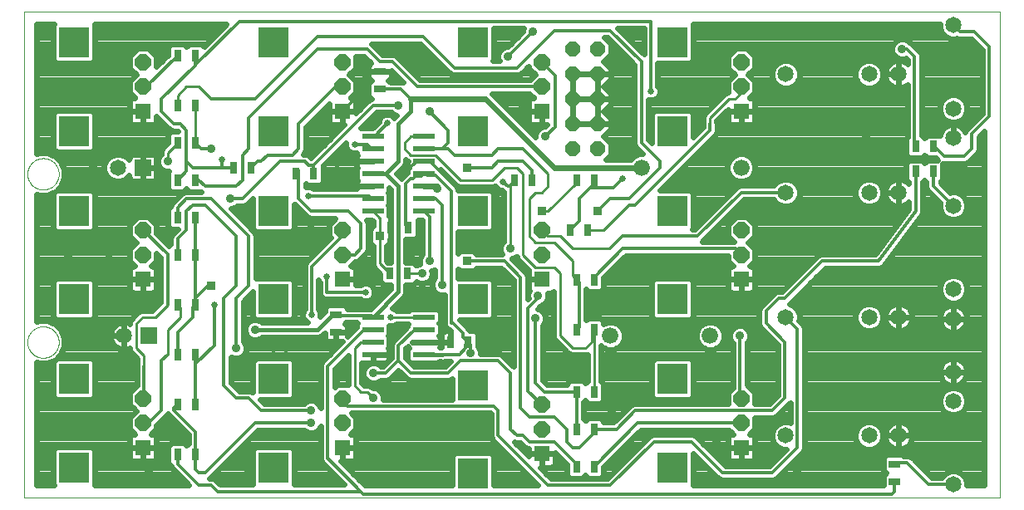
<source format=gbl>
G75*
%MOIN*%
%OFA0B0*%
%FSLAX25Y25*%
%IPPOS*%
%LPD*%
%AMOC8*
5,1,8,0,0,1.08239X$1,22.5*
%
%ADD10C,0.00000*%
%ADD11R,0.06496X0.06496*%
%ADD12OC8,0.06496*%
%ADD13R,0.12268X0.12268*%
%ADD14R,0.03150X0.04724*%
%ADD15R,0.04724X0.03150*%
%ADD16R,0.06500X0.06500*%
%ADD17C,0.06500*%
%ADD18C,0.06600*%
%ADD19C,0.06496*%
%ADD20OC8,0.06000*%
%ADD21R,0.08661X0.02362*%
%ADD22C,0.02400*%
%ADD23C,0.01200*%
%ADD24C,0.03562*%
%ADD25C,0.01000*%
%ADD26C,0.01400*%
%ADD27C,0.02600*%
%ADD28R,0.03562X0.03562*%
%ADD29C,0.01600*%
D10*
X0002660Y0001000D02*
X0002660Y0195961D01*
X0393861Y0195961D01*
X0393861Y0001000D01*
X0002660Y0001000D01*
X0003861Y0063500D02*
X0003863Y0063658D01*
X0003869Y0063816D01*
X0003879Y0063974D01*
X0003893Y0064132D01*
X0003911Y0064289D01*
X0003932Y0064446D01*
X0003958Y0064602D01*
X0003988Y0064758D01*
X0004021Y0064913D01*
X0004059Y0065066D01*
X0004100Y0065219D01*
X0004145Y0065371D01*
X0004194Y0065522D01*
X0004247Y0065671D01*
X0004303Y0065819D01*
X0004363Y0065965D01*
X0004427Y0066110D01*
X0004495Y0066253D01*
X0004566Y0066395D01*
X0004640Y0066535D01*
X0004718Y0066672D01*
X0004800Y0066808D01*
X0004884Y0066942D01*
X0004973Y0067073D01*
X0005064Y0067202D01*
X0005159Y0067329D01*
X0005256Y0067454D01*
X0005357Y0067576D01*
X0005461Y0067695D01*
X0005568Y0067812D01*
X0005678Y0067926D01*
X0005791Y0068037D01*
X0005906Y0068146D01*
X0006024Y0068251D01*
X0006145Y0068353D01*
X0006268Y0068453D01*
X0006394Y0068549D01*
X0006522Y0068642D01*
X0006652Y0068732D01*
X0006785Y0068818D01*
X0006920Y0068902D01*
X0007056Y0068981D01*
X0007195Y0069058D01*
X0007336Y0069130D01*
X0007478Y0069200D01*
X0007622Y0069265D01*
X0007768Y0069327D01*
X0007915Y0069385D01*
X0008064Y0069440D01*
X0008214Y0069491D01*
X0008365Y0069538D01*
X0008517Y0069581D01*
X0008670Y0069620D01*
X0008825Y0069656D01*
X0008980Y0069687D01*
X0009136Y0069715D01*
X0009292Y0069739D01*
X0009449Y0069759D01*
X0009607Y0069775D01*
X0009764Y0069787D01*
X0009923Y0069795D01*
X0010081Y0069799D01*
X0010239Y0069799D01*
X0010397Y0069795D01*
X0010556Y0069787D01*
X0010713Y0069775D01*
X0010871Y0069759D01*
X0011028Y0069739D01*
X0011184Y0069715D01*
X0011340Y0069687D01*
X0011495Y0069656D01*
X0011650Y0069620D01*
X0011803Y0069581D01*
X0011955Y0069538D01*
X0012106Y0069491D01*
X0012256Y0069440D01*
X0012405Y0069385D01*
X0012552Y0069327D01*
X0012698Y0069265D01*
X0012842Y0069200D01*
X0012984Y0069130D01*
X0013125Y0069058D01*
X0013264Y0068981D01*
X0013400Y0068902D01*
X0013535Y0068818D01*
X0013668Y0068732D01*
X0013798Y0068642D01*
X0013926Y0068549D01*
X0014052Y0068453D01*
X0014175Y0068353D01*
X0014296Y0068251D01*
X0014414Y0068146D01*
X0014529Y0068037D01*
X0014642Y0067926D01*
X0014752Y0067812D01*
X0014859Y0067695D01*
X0014963Y0067576D01*
X0015064Y0067454D01*
X0015161Y0067329D01*
X0015256Y0067202D01*
X0015347Y0067073D01*
X0015436Y0066942D01*
X0015520Y0066808D01*
X0015602Y0066672D01*
X0015680Y0066535D01*
X0015754Y0066395D01*
X0015825Y0066253D01*
X0015893Y0066110D01*
X0015957Y0065965D01*
X0016017Y0065819D01*
X0016073Y0065671D01*
X0016126Y0065522D01*
X0016175Y0065371D01*
X0016220Y0065219D01*
X0016261Y0065066D01*
X0016299Y0064913D01*
X0016332Y0064758D01*
X0016362Y0064602D01*
X0016388Y0064446D01*
X0016409Y0064289D01*
X0016427Y0064132D01*
X0016441Y0063974D01*
X0016451Y0063816D01*
X0016457Y0063658D01*
X0016459Y0063500D01*
X0016457Y0063342D01*
X0016451Y0063184D01*
X0016441Y0063026D01*
X0016427Y0062868D01*
X0016409Y0062711D01*
X0016388Y0062554D01*
X0016362Y0062398D01*
X0016332Y0062242D01*
X0016299Y0062087D01*
X0016261Y0061934D01*
X0016220Y0061781D01*
X0016175Y0061629D01*
X0016126Y0061478D01*
X0016073Y0061329D01*
X0016017Y0061181D01*
X0015957Y0061035D01*
X0015893Y0060890D01*
X0015825Y0060747D01*
X0015754Y0060605D01*
X0015680Y0060465D01*
X0015602Y0060328D01*
X0015520Y0060192D01*
X0015436Y0060058D01*
X0015347Y0059927D01*
X0015256Y0059798D01*
X0015161Y0059671D01*
X0015064Y0059546D01*
X0014963Y0059424D01*
X0014859Y0059305D01*
X0014752Y0059188D01*
X0014642Y0059074D01*
X0014529Y0058963D01*
X0014414Y0058854D01*
X0014296Y0058749D01*
X0014175Y0058647D01*
X0014052Y0058547D01*
X0013926Y0058451D01*
X0013798Y0058358D01*
X0013668Y0058268D01*
X0013535Y0058182D01*
X0013400Y0058098D01*
X0013264Y0058019D01*
X0013125Y0057942D01*
X0012984Y0057870D01*
X0012842Y0057800D01*
X0012698Y0057735D01*
X0012552Y0057673D01*
X0012405Y0057615D01*
X0012256Y0057560D01*
X0012106Y0057509D01*
X0011955Y0057462D01*
X0011803Y0057419D01*
X0011650Y0057380D01*
X0011495Y0057344D01*
X0011340Y0057313D01*
X0011184Y0057285D01*
X0011028Y0057261D01*
X0010871Y0057241D01*
X0010713Y0057225D01*
X0010556Y0057213D01*
X0010397Y0057205D01*
X0010239Y0057201D01*
X0010081Y0057201D01*
X0009923Y0057205D01*
X0009764Y0057213D01*
X0009607Y0057225D01*
X0009449Y0057241D01*
X0009292Y0057261D01*
X0009136Y0057285D01*
X0008980Y0057313D01*
X0008825Y0057344D01*
X0008670Y0057380D01*
X0008517Y0057419D01*
X0008365Y0057462D01*
X0008214Y0057509D01*
X0008064Y0057560D01*
X0007915Y0057615D01*
X0007768Y0057673D01*
X0007622Y0057735D01*
X0007478Y0057800D01*
X0007336Y0057870D01*
X0007195Y0057942D01*
X0007056Y0058019D01*
X0006920Y0058098D01*
X0006785Y0058182D01*
X0006652Y0058268D01*
X0006522Y0058358D01*
X0006394Y0058451D01*
X0006268Y0058547D01*
X0006145Y0058647D01*
X0006024Y0058749D01*
X0005906Y0058854D01*
X0005791Y0058963D01*
X0005678Y0059074D01*
X0005568Y0059188D01*
X0005461Y0059305D01*
X0005357Y0059424D01*
X0005256Y0059546D01*
X0005159Y0059671D01*
X0005064Y0059798D01*
X0004973Y0059927D01*
X0004884Y0060058D01*
X0004800Y0060192D01*
X0004718Y0060328D01*
X0004640Y0060465D01*
X0004566Y0060605D01*
X0004495Y0060747D01*
X0004427Y0060890D01*
X0004363Y0061035D01*
X0004303Y0061181D01*
X0004247Y0061329D01*
X0004194Y0061478D01*
X0004145Y0061629D01*
X0004100Y0061781D01*
X0004059Y0061934D01*
X0004021Y0062087D01*
X0003988Y0062242D01*
X0003958Y0062398D01*
X0003932Y0062554D01*
X0003911Y0062711D01*
X0003893Y0062868D01*
X0003879Y0063026D01*
X0003869Y0063184D01*
X0003863Y0063342D01*
X0003861Y0063500D01*
X0003861Y0131000D02*
X0003863Y0131158D01*
X0003869Y0131316D01*
X0003879Y0131474D01*
X0003893Y0131632D01*
X0003911Y0131789D01*
X0003932Y0131946D01*
X0003958Y0132102D01*
X0003988Y0132258D01*
X0004021Y0132413D01*
X0004059Y0132566D01*
X0004100Y0132719D01*
X0004145Y0132871D01*
X0004194Y0133022D01*
X0004247Y0133171D01*
X0004303Y0133319D01*
X0004363Y0133465D01*
X0004427Y0133610D01*
X0004495Y0133753D01*
X0004566Y0133895D01*
X0004640Y0134035D01*
X0004718Y0134172D01*
X0004800Y0134308D01*
X0004884Y0134442D01*
X0004973Y0134573D01*
X0005064Y0134702D01*
X0005159Y0134829D01*
X0005256Y0134954D01*
X0005357Y0135076D01*
X0005461Y0135195D01*
X0005568Y0135312D01*
X0005678Y0135426D01*
X0005791Y0135537D01*
X0005906Y0135646D01*
X0006024Y0135751D01*
X0006145Y0135853D01*
X0006268Y0135953D01*
X0006394Y0136049D01*
X0006522Y0136142D01*
X0006652Y0136232D01*
X0006785Y0136318D01*
X0006920Y0136402D01*
X0007056Y0136481D01*
X0007195Y0136558D01*
X0007336Y0136630D01*
X0007478Y0136700D01*
X0007622Y0136765D01*
X0007768Y0136827D01*
X0007915Y0136885D01*
X0008064Y0136940D01*
X0008214Y0136991D01*
X0008365Y0137038D01*
X0008517Y0137081D01*
X0008670Y0137120D01*
X0008825Y0137156D01*
X0008980Y0137187D01*
X0009136Y0137215D01*
X0009292Y0137239D01*
X0009449Y0137259D01*
X0009607Y0137275D01*
X0009764Y0137287D01*
X0009923Y0137295D01*
X0010081Y0137299D01*
X0010239Y0137299D01*
X0010397Y0137295D01*
X0010556Y0137287D01*
X0010713Y0137275D01*
X0010871Y0137259D01*
X0011028Y0137239D01*
X0011184Y0137215D01*
X0011340Y0137187D01*
X0011495Y0137156D01*
X0011650Y0137120D01*
X0011803Y0137081D01*
X0011955Y0137038D01*
X0012106Y0136991D01*
X0012256Y0136940D01*
X0012405Y0136885D01*
X0012552Y0136827D01*
X0012698Y0136765D01*
X0012842Y0136700D01*
X0012984Y0136630D01*
X0013125Y0136558D01*
X0013264Y0136481D01*
X0013400Y0136402D01*
X0013535Y0136318D01*
X0013668Y0136232D01*
X0013798Y0136142D01*
X0013926Y0136049D01*
X0014052Y0135953D01*
X0014175Y0135853D01*
X0014296Y0135751D01*
X0014414Y0135646D01*
X0014529Y0135537D01*
X0014642Y0135426D01*
X0014752Y0135312D01*
X0014859Y0135195D01*
X0014963Y0135076D01*
X0015064Y0134954D01*
X0015161Y0134829D01*
X0015256Y0134702D01*
X0015347Y0134573D01*
X0015436Y0134442D01*
X0015520Y0134308D01*
X0015602Y0134172D01*
X0015680Y0134035D01*
X0015754Y0133895D01*
X0015825Y0133753D01*
X0015893Y0133610D01*
X0015957Y0133465D01*
X0016017Y0133319D01*
X0016073Y0133171D01*
X0016126Y0133022D01*
X0016175Y0132871D01*
X0016220Y0132719D01*
X0016261Y0132566D01*
X0016299Y0132413D01*
X0016332Y0132258D01*
X0016362Y0132102D01*
X0016388Y0131946D01*
X0016409Y0131789D01*
X0016427Y0131632D01*
X0016441Y0131474D01*
X0016451Y0131316D01*
X0016457Y0131158D01*
X0016459Y0131000D01*
X0016457Y0130842D01*
X0016451Y0130684D01*
X0016441Y0130526D01*
X0016427Y0130368D01*
X0016409Y0130211D01*
X0016388Y0130054D01*
X0016362Y0129898D01*
X0016332Y0129742D01*
X0016299Y0129587D01*
X0016261Y0129434D01*
X0016220Y0129281D01*
X0016175Y0129129D01*
X0016126Y0128978D01*
X0016073Y0128829D01*
X0016017Y0128681D01*
X0015957Y0128535D01*
X0015893Y0128390D01*
X0015825Y0128247D01*
X0015754Y0128105D01*
X0015680Y0127965D01*
X0015602Y0127828D01*
X0015520Y0127692D01*
X0015436Y0127558D01*
X0015347Y0127427D01*
X0015256Y0127298D01*
X0015161Y0127171D01*
X0015064Y0127046D01*
X0014963Y0126924D01*
X0014859Y0126805D01*
X0014752Y0126688D01*
X0014642Y0126574D01*
X0014529Y0126463D01*
X0014414Y0126354D01*
X0014296Y0126249D01*
X0014175Y0126147D01*
X0014052Y0126047D01*
X0013926Y0125951D01*
X0013798Y0125858D01*
X0013668Y0125768D01*
X0013535Y0125682D01*
X0013400Y0125598D01*
X0013264Y0125519D01*
X0013125Y0125442D01*
X0012984Y0125370D01*
X0012842Y0125300D01*
X0012698Y0125235D01*
X0012552Y0125173D01*
X0012405Y0125115D01*
X0012256Y0125060D01*
X0012106Y0125009D01*
X0011955Y0124962D01*
X0011803Y0124919D01*
X0011650Y0124880D01*
X0011495Y0124844D01*
X0011340Y0124813D01*
X0011184Y0124785D01*
X0011028Y0124761D01*
X0010871Y0124741D01*
X0010713Y0124725D01*
X0010556Y0124713D01*
X0010397Y0124705D01*
X0010239Y0124701D01*
X0010081Y0124701D01*
X0009923Y0124705D01*
X0009764Y0124713D01*
X0009607Y0124725D01*
X0009449Y0124741D01*
X0009292Y0124761D01*
X0009136Y0124785D01*
X0008980Y0124813D01*
X0008825Y0124844D01*
X0008670Y0124880D01*
X0008517Y0124919D01*
X0008365Y0124962D01*
X0008214Y0125009D01*
X0008064Y0125060D01*
X0007915Y0125115D01*
X0007768Y0125173D01*
X0007622Y0125235D01*
X0007478Y0125300D01*
X0007336Y0125370D01*
X0007195Y0125442D01*
X0007056Y0125519D01*
X0006920Y0125598D01*
X0006785Y0125682D01*
X0006652Y0125768D01*
X0006522Y0125858D01*
X0006394Y0125951D01*
X0006268Y0126047D01*
X0006145Y0126147D01*
X0006024Y0126249D01*
X0005906Y0126354D01*
X0005791Y0126463D01*
X0005678Y0126574D01*
X0005568Y0126688D01*
X0005461Y0126805D01*
X0005357Y0126924D01*
X0005256Y0127046D01*
X0005159Y0127171D01*
X0005064Y0127298D01*
X0004973Y0127427D01*
X0004884Y0127558D01*
X0004800Y0127692D01*
X0004718Y0127828D01*
X0004640Y0127965D01*
X0004566Y0128105D01*
X0004495Y0128247D01*
X0004427Y0128390D01*
X0004363Y0128535D01*
X0004303Y0128681D01*
X0004247Y0128829D01*
X0004194Y0128978D01*
X0004145Y0129129D01*
X0004100Y0129281D01*
X0004059Y0129434D01*
X0004021Y0129587D01*
X0003988Y0129742D01*
X0003958Y0129898D01*
X0003932Y0130054D01*
X0003911Y0130211D01*
X0003893Y0130368D01*
X0003879Y0130526D01*
X0003869Y0130684D01*
X0003863Y0130842D01*
X0003861Y0131000D01*
D11*
X0050219Y0156157D03*
X0130219Y0156157D03*
X0210219Y0156157D03*
X0290219Y0156157D03*
X0290219Y0088657D03*
X0210219Y0088657D03*
X0130219Y0088657D03*
X0050219Y0088657D03*
X0050219Y0021157D03*
X0130219Y0021157D03*
X0210219Y0018657D03*
X0290219Y0021157D03*
D12*
X0290219Y0031000D03*
X0290219Y0040843D03*
X0210219Y0038343D03*
X0210219Y0028500D03*
X0130219Y0031000D03*
X0130219Y0040843D03*
X0050219Y0040843D03*
X0050219Y0031000D03*
X0050219Y0098500D03*
X0050219Y0108343D03*
X0130219Y0108343D03*
X0130219Y0098500D03*
X0210219Y0098500D03*
X0210219Y0108343D03*
X0290219Y0108343D03*
X0290219Y0098500D03*
X0290219Y0166000D03*
X0290219Y0175843D03*
X0210219Y0175843D03*
X0210219Y0166000D03*
X0130219Y0166000D03*
X0130219Y0175843D03*
X0050219Y0175843D03*
X0050219Y0166000D03*
D13*
X0022660Y0148283D03*
X0022660Y0116217D03*
X0022660Y0080783D03*
X0022660Y0048717D03*
X0022660Y0013283D03*
X0102660Y0013283D03*
X0102660Y0048717D03*
X0102660Y0080783D03*
X0102660Y0116217D03*
X0102660Y0148283D03*
X0102660Y0183717D03*
X0022660Y0183717D03*
X0182660Y0183717D03*
X0182660Y0148283D03*
X0182660Y0116217D03*
X0182660Y0080783D03*
X0182660Y0046217D03*
X0182660Y0010783D03*
X0262660Y0013283D03*
X0262660Y0048717D03*
X0262660Y0080783D03*
X0262660Y0116217D03*
X0262660Y0148283D03*
X0262660Y0183717D03*
D14*
X0360117Y0142000D03*
X0367203Y0142000D03*
X0367203Y0132000D03*
X0360117Y0132000D03*
X0231203Y0128500D03*
X0224117Y0128500D03*
X0206203Y0128500D03*
X0199117Y0128500D03*
X0221617Y0108500D03*
X0228703Y0108500D03*
X0231203Y0088500D03*
X0224117Y0088500D03*
X0224117Y0068500D03*
X0231203Y0068500D03*
X0231203Y0043500D03*
X0224117Y0043500D03*
X0224117Y0028500D03*
X0231203Y0028500D03*
X0231203Y0013500D03*
X0224117Y0013500D03*
X0180703Y0063500D03*
X0173617Y0063500D03*
X0156203Y0091000D03*
X0149117Y0091000D03*
X0149617Y0109500D03*
X0156703Y0109500D03*
X0118703Y0131000D03*
X0111617Y0131000D03*
X0093703Y0133500D03*
X0086617Y0133500D03*
X0071203Y0128500D03*
X0064117Y0128500D03*
X0064117Y0143500D03*
X0071203Y0143500D03*
X0071203Y0158500D03*
X0064117Y0158500D03*
X0064117Y0178500D03*
X0071203Y0178500D03*
X0071203Y0113500D03*
X0064117Y0113500D03*
X0064117Y0098500D03*
X0071203Y0098500D03*
X0071203Y0078500D03*
X0064117Y0078500D03*
X0064117Y0058500D03*
X0071203Y0058500D03*
X0071203Y0038500D03*
X0064117Y0038500D03*
X0064117Y0018500D03*
X0071203Y0018500D03*
D15*
X0127660Y0067457D03*
X0127660Y0074543D03*
X0145160Y0164957D03*
X0145160Y0172043D03*
X0351660Y0014543D03*
X0351660Y0007457D03*
D16*
X0052660Y0066000D03*
X0050160Y0133500D03*
D17*
X0040160Y0133500D03*
X0042660Y0066000D03*
D18*
X0237660Y0066000D03*
X0277660Y0066000D03*
X0290160Y0133500D03*
X0250160Y0133500D03*
D19*
X0307975Y0123500D03*
X0341439Y0123500D03*
X0353250Y0123500D03*
X0375160Y0118185D03*
X0375160Y0145409D03*
X0375160Y0157220D03*
X0353250Y0171000D03*
X0341439Y0171000D03*
X0307975Y0171000D03*
X0375160Y0190685D03*
X0375160Y0084720D03*
X0375160Y0072909D03*
X0353250Y0073500D03*
X0341439Y0073500D03*
X0307975Y0073500D03*
X0375160Y0051591D03*
X0375160Y0039780D03*
X0353250Y0026000D03*
X0341439Y0026000D03*
X0307975Y0026000D03*
X0375160Y0006315D03*
D20*
X0232660Y0141000D03*
X0222660Y0141000D03*
X0222660Y0151000D03*
X0232660Y0151000D03*
X0232660Y0161000D03*
X0222660Y0161000D03*
X0222660Y0171000D03*
X0232660Y0171000D03*
X0232660Y0181000D03*
X0222660Y0181000D03*
D21*
X0162896Y0146000D03*
X0162896Y0141000D03*
X0162896Y0136000D03*
X0162896Y0131000D03*
X0162896Y0126000D03*
X0162896Y0121000D03*
X0162896Y0116000D03*
X0142424Y0116000D03*
X0142424Y0121000D03*
X0142424Y0126000D03*
X0142424Y0131000D03*
X0142424Y0136000D03*
X0142424Y0141000D03*
X0142424Y0146000D03*
X0142424Y0073500D03*
X0142424Y0068500D03*
X0142424Y0063500D03*
X0142424Y0058500D03*
X0162896Y0058500D03*
X0162896Y0063500D03*
X0162896Y0068500D03*
X0162896Y0073500D03*
D22*
X0168138Y0076881D02*
X0169427Y0075592D01*
X0169427Y0071408D01*
X0169019Y0071000D01*
X0169427Y0070592D01*
X0169427Y0066408D01*
X0169011Y0065991D01*
X0169277Y0065530D01*
X0169427Y0064971D01*
X0169427Y0063500D01*
X0162896Y0063500D01*
X0158120Y0063500D01*
X0158120Y0063500D01*
X0162896Y0063500D01*
X0162896Y0063500D01*
X0162896Y0063500D01*
X0169427Y0063500D01*
X0169427Y0062029D01*
X0169285Y0061500D01*
X0169842Y0061500D01*
X0169842Y0063500D01*
X0173616Y0063500D01*
X0173616Y0063500D01*
X0169842Y0063500D01*
X0169842Y0066152D01*
X0169992Y0066711D01*
X0170281Y0067213D01*
X0170691Y0067623D01*
X0171193Y0067912D01*
X0171752Y0068062D01*
X0173616Y0068062D01*
X0173616Y0063500D01*
X0173617Y0063500D01*
X0173617Y0068062D01*
X0173638Y0068062D01*
X0173298Y0068402D01*
X0172274Y0068826D01*
X0171486Y0069614D01*
X0171060Y0070643D01*
X0171060Y0082564D01*
X0170952Y0082519D01*
X0169368Y0082519D01*
X0167905Y0083125D01*
X0166785Y0084245D01*
X0166179Y0085708D01*
X0166179Y0087292D01*
X0166785Y0088755D01*
X0167360Y0089330D01*
X0167360Y0092602D01*
X0166033Y0092053D01*
X0166141Y0091792D01*
X0166141Y0090208D01*
X0165535Y0088745D01*
X0164415Y0087625D01*
X0162952Y0087019D01*
X0161368Y0087019D01*
X0159905Y0087625D01*
X0159891Y0087639D01*
X0158689Y0086438D01*
X0155660Y0086438D01*
X0155660Y0083139D01*
X0155203Y0082037D01*
X0154359Y0081193D01*
X0154359Y0081193D01*
X0150166Y0077000D01*
X0150231Y0077000D01*
X0151517Y0076467D01*
X0151785Y0076200D01*
X0156973Y0076200D01*
X0157654Y0076881D01*
X0168138Y0076881D01*
X0169427Y0075354D02*
X0171060Y0075354D01*
X0171060Y0077752D02*
X0150919Y0077752D01*
X0153317Y0080151D02*
X0171060Y0080151D01*
X0171025Y0082549D02*
X0171060Y0082549D01*
X0169294Y0082549D02*
X0155415Y0082549D01*
X0155660Y0084948D02*
X0166494Y0084948D01*
X0166201Y0087346D02*
X0163742Y0087346D01*
X0160577Y0087346D02*
X0159598Y0087346D01*
X0165949Y0089745D02*
X0167360Y0089745D01*
X0167360Y0092143D02*
X0166252Y0092143D01*
X0161287Y0094947D02*
X0159905Y0094375D01*
X0159891Y0094361D01*
X0158689Y0095562D01*
X0155660Y0095562D01*
X0155660Y0104938D01*
X0159189Y0104938D01*
X0160478Y0106227D01*
X0160478Y0112619D01*
X0162317Y0112619D01*
X0162360Y0112576D01*
X0162360Y0098830D01*
X0161785Y0098255D01*
X0161179Y0096792D01*
X0161179Y0095208D01*
X0161287Y0094947D01*
X0160308Y0094542D02*
X0159709Y0094542D01*
X0161240Y0096940D02*
X0155660Y0096940D01*
X0155660Y0099339D02*
X0162360Y0099339D01*
X0162360Y0101737D02*
X0155660Y0101737D01*
X0155660Y0104136D02*
X0162360Y0104136D01*
X0162360Y0106534D02*
X0160478Y0106534D01*
X0160478Y0108933D02*
X0162360Y0108933D01*
X0162360Y0111332D02*
X0160478Y0111332D01*
X0149617Y0111332D02*
X0149616Y0111332D01*
X0149616Y0109500D02*
X0149616Y0114062D01*
X0148954Y0114062D01*
X0148954Y0118092D01*
X0148547Y0118500D01*
X0148954Y0118908D01*
X0148954Y0123092D01*
X0148538Y0123509D01*
X0148804Y0123970D01*
X0148954Y0124529D01*
X0148954Y0125463D01*
X0149660Y0124757D01*
X0149660Y0114062D01*
X0149617Y0114062D01*
X0149617Y0109500D01*
X0149616Y0109500D01*
X0149617Y0109500D01*
X0149617Y0104938D01*
X0149660Y0104938D01*
X0149660Y0095562D01*
X0148373Y0095562D01*
X0147860Y0096075D01*
X0147860Y0102027D01*
X0149141Y0103308D01*
X0149141Y0104938D01*
X0149616Y0104938D01*
X0149616Y0109500D01*
X0149616Y0108933D02*
X0149617Y0108933D01*
X0149616Y0106534D02*
X0149617Y0106534D01*
X0142460Y0109973D02*
X0141179Y0108692D01*
X0141179Y0103308D01*
X0142460Y0102027D01*
X0142460Y0094420D01*
X0142871Y0093427D01*
X0145342Y0090956D01*
X0145342Y0087727D01*
X0146630Y0086438D01*
X0149660Y0086438D01*
X0149660Y0084979D01*
X0141606Y0076925D01*
X0132222Y0076925D01*
X0132222Y0077029D01*
X0130933Y0078318D01*
X0124386Y0078318D01*
X0123098Y0077029D01*
X0123098Y0075680D01*
X0121360Y0073943D01*
X0121360Y0075296D01*
X0120827Y0076583D01*
X0120660Y0076750D01*
X0120660Y0088450D01*
X0120943Y0087767D01*
X0121110Y0087600D01*
X0121110Y0082943D01*
X0121536Y0081914D01*
X0122324Y0081126D01*
X0123353Y0080700D01*
X0137385Y0080700D01*
X0137552Y0080533D01*
X0138839Y0080000D01*
X0140231Y0080000D01*
X0141517Y0080533D01*
X0142502Y0081517D01*
X0143035Y0082804D01*
X0143035Y0084196D01*
X0142502Y0085483D01*
X0141517Y0086467D01*
X0140231Y0087000D01*
X0138839Y0087000D01*
X0137552Y0086467D01*
X0137385Y0086300D01*
X0135667Y0086300D01*
X0135667Y0088657D01*
X0130219Y0088657D01*
X0130219Y0088658D01*
X0135667Y0088658D01*
X0135667Y0092195D01*
X0135517Y0092755D01*
X0135227Y0093256D01*
X0134818Y0093666D01*
X0134316Y0093956D01*
X0133757Y0094105D01*
X0133529Y0094105D01*
X0135124Y0095700D01*
X0135717Y0095700D01*
X0136746Y0096126D01*
X0139246Y0098626D01*
X0140034Y0099414D01*
X0140460Y0100443D01*
X0140460Y0111557D01*
X0140034Y0112586D01*
X0140001Y0112619D01*
X0141986Y0112619D01*
X0142460Y0112145D01*
X0142460Y0109973D01*
X0142460Y0111332D02*
X0140460Y0111332D01*
X0140460Y0108933D02*
X0141419Y0108933D01*
X0141179Y0106534D02*
X0140460Y0106534D01*
X0140460Y0104136D02*
X0141179Y0104136D01*
X0140460Y0101737D02*
X0142460Y0101737D01*
X0142460Y0099339D02*
X0139959Y0099339D01*
X0137560Y0096940D02*
X0142460Y0096940D01*
X0142460Y0094542D02*
X0133965Y0094542D01*
X0135667Y0092143D02*
X0144155Y0092143D01*
X0145342Y0089745D02*
X0135667Y0089745D01*
X0135667Y0087346D02*
X0145722Y0087346D01*
X0142723Y0084948D02*
X0149629Y0084948D01*
X0147230Y0082549D02*
X0142929Y0082549D01*
X0144832Y0080151D02*
X0140595Y0080151D01*
X0138474Y0080151D02*
X0120660Y0080151D01*
X0120660Y0082549D02*
X0121273Y0082549D01*
X0115060Y0082549D02*
X0110994Y0082549D01*
X0110994Y0080151D02*
X0115060Y0080151D01*
X0115060Y0077752D02*
X0110994Y0077752D01*
X0110994Y0075354D02*
X0114384Y0075354D01*
X0114360Y0075296D02*
X0114360Y0073904D01*
X0114893Y0072617D01*
X0115877Y0071633D01*
X0116198Y0071500D01*
X0097790Y0071500D01*
X0097415Y0071875D01*
X0096028Y0072450D01*
X0109705Y0072450D01*
X0110994Y0073738D01*
X0110994Y0087829D01*
X0109705Y0089117D01*
X0095615Y0089117D01*
X0095460Y0088962D01*
X0095460Y0106557D01*
X0095034Y0107586D01*
X0094246Y0108374D01*
X0085601Y0117019D01*
X0085952Y0117019D01*
X0087415Y0117625D01*
X0087990Y0118200D01*
X0090717Y0118200D01*
X0091746Y0118626D01*
X0092534Y0119414D01*
X0094326Y0121206D01*
X0094326Y0109171D01*
X0095615Y0107883D01*
X0109705Y0107883D01*
X0110994Y0109171D01*
X0110994Y0118706D01*
X0111074Y0118626D01*
X0116074Y0113626D01*
X0117103Y0113200D01*
X0127372Y0113200D01*
X0124771Y0110599D01*
X0124771Y0106086D01*
X0125478Y0105378D01*
X0116274Y0096174D01*
X0115486Y0095386D01*
X0115060Y0094357D01*
X0115060Y0076750D01*
X0114893Y0076583D01*
X0114360Y0075296D01*
X0114753Y0072955D02*
X0110211Y0072955D01*
X0121336Y0075354D02*
X0122771Y0075354D01*
X0123821Y0077752D02*
X0120660Y0077752D01*
X0131499Y0077752D02*
X0142433Y0077752D01*
X0135976Y0071325D02*
X0131490Y0071325D01*
X0131109Y0070944D01*
X0131373Y0070792D01*
X0131782Y0070382D01*
X0132072Y0069881D01*
X0132222Y0069321D01*
X0132222Y0067457D01*
X0127660Y0067457D01*
X0127660Y0067457D01*
X0132222Y0067457D01*
X0132222Y0065722D01*
X0135893Y0069393D01*
X0135893Y0070592D01*
X0136301Y0071000D01*
X0135976Y0071325D01*
X0135893Y0070557D02*
X0131608Y0070557D01*
X0132222Y0068158D02*
X0134658Y0068158D01*
X0132260Y0065760D02*
X0132222Y0065760D01*
X0130182Y0063682D02*
X0122674Y0056174D01*
X0121886Y0055386D01*
X0121460Y0054357D01*
X0121460Y0037229D01*
X0121035Y0038255D01*
X0119915Y0039375D01*
X0118452Y0039981D01*
X0116868Y0039981D01*
X0115405Y0039375D01*
X0114830Y0038800D01*
X0098820Y0038800D01*
X0097237Y0040383D01*
X0109705Y0040383D01*
X0110994Y0041671D01*
X0110994Y0055762D01*
X0109705Y0057050D01*
X0095615Y0057050D01*
X0094326Y0055762D01*
X0094326Y0043294D01*
X0094246Y0043374D01*
X0093217Y0043800D01*
X0088820Y0043800D01*
X0085460Y0047160D01*
X0085460Y0057602D01*
X0086868Y0057019D01*
X0088452Y0057019D01*
X0089915Y0057625D01*
X0091035Y0058745D01*
X0091641Y0060208D01*
X0091641Y0061792D01*
X0091035Y0063255D01*
X0090460Y0063830D01*
X0090460Y0079840D01*
X0094246Y0083626D01*
X0094326Y0083706D01*
X0094326Y0073738D01*
X0095583Y0072481D01*
X0094368Y0072481D01*
X0092905Y0071875D01*
X0091785Y0070755D01*
X0091179Y0069292D01*
X0091179Y0067708D01*
X0091785Y0066245D01*
X0092905Y0065125D01*
X0094368Y0064519D01*
X0095952Y0064519D01*
X0097415Y0065125D01*
X0097790Y0065500D01*
X0120757Y0065500D01*
X0121859Y0065957D01*
X0122703Y0066801D01*
X0123098Y0067195D01*
X0123098Y0065592D01*
X0123248Y0065033D01*
X0123537Y0064531D01*
X0123947Y0064121D01*
X0124448Y0063832D01*
X0125008Y0063682D01*
X0127660Y0063682D01*
X0130182Y0063682D01*
X0129861Y0063361D02*
X0090929Y0063361D01*
X0090460Y0065760D02*
X0092270Y0065760D01*
X0091179Y0068158D02*
X0090460Y0068158D01*
X0090460Y0070557D02*
X0091703Y0070557D01*
X0090460Y0072955D02*
X0095109Y0072955D01*
X0094326Y0075354D02*
X0090460Y0075354D01*
X0090460Y0077752D02*
X0094326Y0077752D01*
X0094326Y0080151D02*
X0090771Y0080151D01*
X0093169Y0082549D02*
X0094326Y0082549D01*
X0095460Y0089745D02*
X0115060Y0089745D01*
X0115060Y0092143D02*
X0095460Y0092143D01*
X0095460Y0094542D02*
X0115136Y0094542D01*
X0117041Y0096940D02*
X0095460Y0096940D01*
X0095460Y0099339D02*
X0119439Y0099339D01*
X0121838Y0101737D02*
X0095460Y0101737D01*
X0095460Y0104136D02*
X0124236Y0104136D01*
X0124771Y0106534D02*
X0095460Y0106534D01*
X0094246Y0108374D02*
X0094246Y0108374D01*
X0094564Y0108933D02*
X0093687Y0108933D01*
X0094326Y0111332D02*
X0091288Y0111332D01*
X0088890Y0113730D02*
X0094326Y0113730D01*
X0094326Y0116129D02*
X0086491Y0116129D01*
X0091506Y0118527D02*
X0094326Y0118527D01*
X0094326Y0120926D02*
X0094045Y0120926D01*
X0110994Y0118527D02*
X0111173Y0118527D01*
X0110994Y0116129D02*
X0113571Y0116129D01*
X0115970Y0113730D02*
X0110994Y0113730D01*
X0110994Y0111332D02*
X0125503Y0111332D01*
X0124771Y0108933D02*
X0110755Y0108933D01*
X0115460Y0125645D02*
X0115460Y0127195D01*
X0116217Y0126438D01*
X0121189Y0126438D01*
X0122478Y0127727D01*
X0122478Y0134273D01*
X0122436Y0134316D01*
X0131660Y0143540D01*
X0131660Y0142179D01*
X0132193Y0140892D01*
X0133177Y0139908D01*
X0134464Y0139375D01*
X0135856Y0139375D01*
X0135893Y0139390D01*
X0135893Y0138908D01*
X0136309Y0138491D01*
X0136043Y0138030D01*
X0135893Y0137471D01*
X0135893Y0136000D01*
X0142423Y0136000D01*
X0135893Y0136000D01*
X0135893Y0134529D01*
X0136043Y0133970D01*
X0136309Y0133509D01*
X0135893Y0133092D01*
X0135893Y0128908D01*
X0136309Y0128491D01*
X0136043Y0128030D01*
X0135893Y0127471D01*
X0135893Y0126000D01*
X0142423Y0126000D01*
X0135893Y0126000D01*
X0135893Y0125050D01*
X0118560Y0125050D01*
X0118392Y0125217D01*
X0117106Y0125750D01*
X0115714Y0125750D01*
X0115460Y0125645D01*
X0115460Y0125723D02*
X0115648Y0125723D01*
X0117172Y0125723D02*
X0135893Y0125723D01*
X0136095Y0128121D02*
X0122478Y0128121D01*
X0122478Y0130520D02*
X0135893Y0130520D01*
X0135893Y0132918D02*
X0122478Y0132918D01*
X0123436Y0135317D02*
X0135893Y0135317D01*
X0135958Y0137715D02*
X0125835Y0137715D01*
X0128233Y0140114D02*
X0132971Y0140114D01*
X0131660Y0142512D02*
X0130632Y0142512D01*
X0127509Y0147309D02*
X0115460Y0147309D01*
X0115460Y0144911D02*
X0125111Y0144911D01*
X0122712Y0142512D02*
X0115460Y0142512D01*
X0115460Y0140443D02*
X0115460Y0149840D01*
X0124771Y0159151D01*
X0124771Y0156158D01*
X0130219Y0156158D01*
X0135667Y0156158D01*
X0135667Y0159695D01*
X0135517Y0160255D01*
X0135227Y0160756D01*
X0134818Y0161166D01*
X0134316Y0161456D01*
X0133757Y0161605D01*
X0133529Y0161605D01*
X0135667Y0163743D01*
X0135667Y0168257D01*
X0133002Y0170921D01*
X0135667Y0173586D01*
X0135667Y0178099D01*
X0135566Y0178200D01*
X0139000Y0178200D01*
X0141684Y0175516D01*
X0141447Y0175379D01*
X0141037Y0174969D01*
X0140748Y0174467D01*
X0140598Y0173908D01*
X0140598Y0172043D01*
X0140598Y0170179D01*
X0140748Y0169619D01*
X0141037Y0169118D01*
X0141447Y0168708D01*
X0141711Y0168556D01*
X0140598Y0167443D01*
X0140598Y0162471D01*
X0141866Y0161202D01*
X0141074Y0160874D01*
X0140286Y0160086D01*
X0135667Y0155467D01*
X0135667Y0156157D01*
X0130219Y0156157D01*
X0130219Y0150709D01*
X0130910Y0150709D01*
X0117660Y0137460D01*
X0117534Y0137586D01*
X0116746Y0138374D01*
X0115717Y0138800D01*
X0114420Y0138800D01*
X0115034Y0139414D01*
X0115460Y0140443D01*
X0115323Y0140114D02*
X0120314Y0140114D01*
X0117915Y0137715D02*
X0117404Y0137715D01*
X0137501Y0149381D02*
X0143820Y0155700D01*
X0149830Y0155700D01*
X0150405Y0155125D01*
X0151868Y0154519D01*
X0151936Y0154519D01*
X0151013Y0153596D01*
X0150242Y0154367D01*
X0148956Y0154900D01*
X0147564Y0154900D01*
X0146277Y0154367D01*
X0145293Y0153383D01*
X0144760Y0152096D01*
X0144760Y0151860D01*
X0142281Y0149381D01*
X0137501Y0149381D01*
X0137827Y0149708D02*
X0142608Y0149708D01*
X0144764Y0152106D02*
X0140226Y0152106D01*
X0142624Y0154505D02*
X0146609Y0154505D01*
X0149910Y0154505D02*
X0151922Y0154505D01*
X0157660Y0161000D02*
X0187660Y0161000D01*
X0215160Y0133500D01*
X0250160Y0133500D01*
X0246597Y0137715D02*
X0236729Y0137715D01*
X0235914Y0136900D02*
X0237860Y0138846D01*
X0237860Y0143154D01*
X0235014Y0146000D01*
X0237860Y0148846D01*
X0237860Y0151000D01*
X0237860Y0153154D01*
X0235014Y0156000D01*
X0237860Y0158846D01*
X0237860Y0161000D01*
X0237860Y0163154D01*
X0235014Y0166000D01*
X0237860Y0168846D01*
X0237860Y0171000D01*
X0237860Y0173154D01*
X0235014Y0176000D01*
X0237860Y0178846D01*
X0237860Y0183154D01*
X0235314Y0185700D01*
X0236500Y0185700D01*
X0247360Y0174840D01*
X0247360Y0142943D01*
X0247786Y0141914D01*
X0250700Y0139000D01*
X0249066Y0139000D01*
X0247044Y0138163D01*
X0245782Y0136900D01*
X0235914Y0136900D01*
X0237860Y0140114D02*
X0249586Y0140114D01*
X0247538Y0142512D02*
X0237860Y0142512D01*
X0236103Y0144911D02*
X0247360Y0144911D01*
X0247360Y0147309D02*
X0236323Y0147309D01*
X0237860Y0149708D02*
X0247360Y0149708D01*
X0247360Y0152106D02*
X0237860Y0152106D01*
X0237860Y0151000D02*
X0232660Y0151000D01*
X0232660Y0151000D01*
X0237860Y0151000D01*
X0236509Y0154505D02*
X0247360Y0154505D01*
X0247360Y0156903D02*
X0235917Y0156903D01*
X0237860Y0159302D02*
X0247360Y0159302D01*
X0247360Y0161700D02*
X0237860Y0161700D01*
X0237860Y0161000D02*
X0232660Y0161000D01*
X0232660Y0161000D01*
X0237860Y0161000D01*
X0236915Y0164099D02*
X0247360Y0164099D01*
X0247360Y0166497D02*
X0235511Y0166497D01*
X0232660Y0166497D02*
X0232660Y0166497D01*
X0232660Y0165800D02*
X0232660Y0171000D01*
X0237860Y0171000D01*
X0232660Y0171000D01*
X0232660Y0171000D01*
X0232660Y0171000D01*
X0232660Y0161000D01*
X0232660Y0161000D01*
X0232660Y0165800D01*
X0232660Y0164099D02*
X0232660Y0164099D01*
X0232660Y0161700D02*
X0232660Y0161700D01*
X0232660Y0161000D02*
X0232660Y0161000D01*
X0232660Y0155800D01*
X0232660Y0151000D01*
X0232660Y0151000D01*
X0232660Y0161000D01*
X0232660Y0161000D01*
X0227860Y0161000D01*
X0222660Y0161000D01*
X0232660Y0161000D01*
X0232660Y0159302D02*
X0232660Y0159302D01*
X0232660Y0156903D02*
X0232660Y0156903D01*
X0232660Y0154505D02*
X0232660Y0154505D01*
X0232660Y0152106D02*
X0232660Y0152106D01*
X0232660Y0151000D02*
X0232660Y0151000D01*
X0227860Y0151000D01*
X0222660Y0151000D01*
X0232660Y0151000D01*
X0222660Y0151000D02*
X0222660Y0151000D01*
X0222660Y0151000D01*
X0222660Y0155800D01*
X0222660Y0161000D01*
X0222660Y0161000D01*
X0222660Y0161000D01*
X0222660Y0165800D01*
X0222660Y0171000D01*
X0232660Y0171000D01*
X0227860Y0171000D01*
X0222660Y0171000D01*
X0222660Y0171000D01*
X0222660Y0171000D01*
X0222660Y0161000D01*
X0222660Y0161000D01*
X0222660Y0151000D01*
X0222660Y0152106D02*
X0222660Y0152106D01*
X0222660Y0154505D02*
X0222660Y0154505D01*
X0222660Y0156903D02*
X0222660Y0156903D01*
X0222660Y0159302D02*
X0222660Y0159302D01*
X0222660Y0161700D02*
X0222660Y0161700D01*
X0222660Y0164099D02*
X0222660Y0164099D01*
X0222660Y0166497D02*
X0222660Y0166497D01*
X0222660Y0168896D02*
X0222660Y0168896D01*
X0232660Y0168896D02*
X0232660Y0168896D01*
X0232660Y0171000D02*
X0232660Y0171000D01*
X0237860Y0171294D02*
X0247360Y0171294D01*
X0247360Y0168896D02*
X0237860Y0168896D01*
X0237321Y0173693D02*
X0247360Y0173693D01*
X0246109Y0176091D02*
X0235105Y0176091D01*
X0237504Y0178490D02*
X0243710Y0178490D01*
X0241312Y0180888D02*
X0237860Y0180888D01*
X0237727Y0183287D02*
X0238913Y0183287D01*
X0236515Y0185685D02*
X0235328Y0185685D01*
X0240670Y0189450D02*
X0251110Y0189450D01*
X0251110Y0179010D01*
X0240670Y0189450D01*
X0242036Y0188084D02*
X0251110Y0188084D01*
X0251110Y0185685D02*
X0244434Y0185685D01*
X0246833Y0183287D02*
X0251110Y0183287D01*
X0251110Y0180888D02*
X0249231Y0180888D01*
X0256710Y0175383D02*
X0269705Y0175383D01*
X0270994Y0176671D01*
X0270994Y0190762D01*
X0270755Y0191000D01*
X0369712Y0191000D01*
X0369712Y0189601D01*
X0370541Y0187599D01*
X0372074Y0186066D01*
X0374076Y0185237D01*
X0376244Y0185237D01*
X0376590Y0185381D01*
X0377268Y0185100D01*
X0382459Y0185100D01*
X0386760Y0180799D01*
X0386760Y0155060D01*
X0380286Y0148586D01*
X0380003Y0147904D01*
X0379819Y0148265D01*
X0379315Y0148959D01*
X0378709Y0149565D01*
X0378015Y0150069D01*
X0377251Y0150458D01*
X0376436Y0150723D01*
X0375589Y0150857D01*
X0375160Y0150857D01*
X0375160Y0145410D01*
X0375160Y0145410D01*
X0375160Y0150857D01*
X0374731Y0150857D01*
X0373884Y0150723D01*
X0373069Y0150458D01*
X0372304Y0150069D01*
X0371611Y0149565D01*
X0371004Y0148959D01*
X0370500Y0148265D01*
X0370111Y0147501D01*
X0369846Y0146685D01*
X0369808Y0146444D01*
X0369689Y0146562D01*
X0364717Y0146562D01*
X0363660Y0145505D01*
X0362603Y0146562D01*
X0362560Y0146562D01*
X0362560Y0178577D01*
X0362118Y0179643D01*
X0361303Y0180458D01*
X0358303Y0183458D01*
X0357498Y0183792D01*
X0356915Y0184375D01*
X0355452Y0184981D01*
X0353868Y0184981D01*
X0352405Y0184375D01*
X0351285Y0183255D01*
X0350679Y0181792D01*
X0350679Y0180208D01*
X0351285Y0178745D01*
X0352405Y0177625D01*
X0353868Y0177019D01*
X0355452Y0177019D01*
X0356221Y0177338D01*
X0356760Y0176799D01*
X0356760Y0175184D01*
X0356106Y0175660D01*
X0355342Y0176049D01*
X0354526Y0176314D01*
X0353679Y0176448D01*
X0353250Y0176448D01*
X0352822Y0176448D01*
X0351975Y0176314D01*
X0351159Y0176049D01*
X0350395Y0175660D01*
X0349701Y0175156D01*
X0349095Y0174549D01*
X0348591Y0173855D01*
X0348202Y0173091D01*
X0347937Y0172276D01*
X0347802Y0171429D01*
X0347802Y0171000D01*
X0347802Y0170571D01*
X0347937Y0169724D01*
X0348202Y0168909D01*
X0348591Y0168145D01*
X0349095Y0167451D01*
X0349701Y0166844D01*
X0350395Y0166340D01*
X0351159Y0165951D01*
X0351975Y0165686D01*
X0352822Y0165552D01*
X0353250Y0165552D01*
X0353250Y0171000D01*
X0347802Y0171000D01*
X0353250Y0171000D01*
X0353250Y0171000D01*
X0353250Y0176448D01*
X0353250Y0171000D01*
X0353250Y0171000D01*
X0353250Y0171000D01*
X0353250Y0165552D01*
X0353679Y0165552D01*
X0354526Y0165686D01*
X0355342Y0165951D01*
X0356106Y0166340D01*
X0356760Y0166816D01*
X0356760Y0145692D01*
X0356342Y0145273D01*
X0356342Y0138727D01*
X0357630Y0137438D01*
X0362603Y0137438D01*
X0363660Y0138495D01*
X0364717Y0137438D01*
X0368121Y0137438D01*
X0368996Y0136562D01*
X0364717Y0136562D01*
X0363660Y0135505D01*
X0362603Y0136562D01*
X0357630Y0136562D01*
X0356342Y0135273D01*
X0356342Y0128727D01*
X0357317Y0127752D01*
X0357317Y0127139D01*
X0356800Y0127656D01*
X0356106Y0128160D01*
X0355342Y0128549D01*
X0354526Y0128814D01*
X0353679Y0128948D01*
X0353250Y0128948D01*
X0352822Y0128948D01*
X0351975Y0128814D01*
X0351159Y0128549D01*
X0350395Y0128160D01*
X0349701Y0127656D01*
X0349095Y0127049D01*
X0348591Y0126355D01*
X0348202Y0125591D01*
X0347937Y0124776D01*
X0347802Y0123929D01*
X0347802Y0123500D01*
X0347802Y0123071D01*
X0347937Y0122224D01*
X0348202Y0121409D01*
X0348591Y0120645D01*
X0349095Y0119951D01*
X0349701Y0119344D01*
X0350395Y0118840D01*
X0351159Y0118451D01*
X0351975Y0118186D01*
X0352822Y0118052D01*
X0353250Y0118052D01*
X0353250Y0123500D01*
X0347802Y0123500D01*
X0353250Y0123500D01*
X0353250Y0123500D01*
X0353250Y0128948D01*
X0353250Y0123500D01*
X0353250Y0123500D01*
X0353250Y0123500D01*
X0353250Y0118052D01*
X0353679Y0118052D01*
X0354526Y0118186D01*
X0355342Y0118451D01*
X0356106Y0118840D01*
X0356800Y0119344D01*
X0357317Y0119861D01*
X0357317Y0116889D01*
X0343759Y0098800D01*
X0322103Y0098800D01*
X0321074Y0098374D01*
X0320286Y0097586D01*
X0306500Y0083800D01*
X0304603Y0083800D01*
X0303574Y0083374D01*
X0302786Y0082586D01*
X0297786Y0077586D01*
X0297360Y0076557D01*
X0297360Y0070443D01*
X0297786Y0069414D01*
X0298574Y0068626D01*
X0304860Y0062340D01*
X0304860Y0042160D01*
X0301500Y0038800D01*
X0295667Y0038800D01*
X0295667Y0043099D01*
X0292476Y0046291D01*
X0292460Y0046291D01*
X0292460Y0063170D01*
X0293035Y0063745D01*
X0293641Y0065208D01*
X0293641Y0066792D01*
X0293035Y0068255D01*
X0291915Y0069375D01*
X0290452Y0069981D01*
X0288868Y0069981D01*
X0287405Y0069375D01*
X0286285Y0068255D01*
X0285679Y0066792D01*
X0285679Y0065208D01*
X0286285Y0063745D01*
X0286860Y0063170D01*
X0286860Y0045188D01*
X0284771Y0043099D01*
X0284771Y0038800D01*
X0247103Y0038800D01*
X0246074Y0038374D01*
X0245286Y0037586D01*
X0239000Y0031300D01*
X0234978Y0031300D01*
X0234978Y0031773D01*
X0233689Y0033062D01*
X0228717Y0033062D01*
X0227660Y0032005D01*
X0226917Y0032748D01*
X0226917Y0039252D01*
X0227660Y0039995D01*
X0228717Y0038938D01*
X0233689Y0038938D01*
X0234978Y0040227D01*
X0234978Y0046773D01*
X0233903Y0047848D01*
X0233903Y0061979D01*
X0234544Y0061337D01*
X0236566Y0060500D01*
X0238754Y0060500D01*
X0240775Y0061337D01*
X0242323Y0062884D01*
X0243160Y0064906D01*
X0243160Y0067094D01*
X0242323Y0069115D01*
X0240775Y0070663D01*
X0238754Y0071500D01*
X0236566Y0071500D01*
X0234978Y0070842D01*
X0234978Y0071773D01*
X0233689Y0073062D01*
X0228717Y0073062D01*
X0227960Y0072305D01*
X0227960Y0084695D01*
X0228717Y0083938D01*
X0233689Y0083938D01*
X0234978Y0085227D01*
X0234978Y0089358D01*
X0243820Y0098200D01*
X0284771Y0098200D01*
X0284771Y0096243D01*
X0286909Y0094105D01*
X0286681Y0094105D01*
X0286122Y0093956D01*
X0285620Y0093666D01*
X0285210Y0093256D01*
X0284921Y0092755D01*
X0284771Y0092195D01*
X0284771Y0088658D01*
X0290219Y0088658D01*
X0295667Y0088658D01*
X0295667Y0092195D01*
X0295517Y0092755D01*
X0295227Y0093256D01*
X0294818Y0093666D01*
X0294316Y0093956D01*
X0293757Y0094105D01*
X0293529Y0094105D01*
X0295667Y0096243D01*
X0295667Y0100757D01*
X0293002Y0103421D01*
X0295667Y0106086D01*
X0295667Y0110599D01*
X0292476Y0113791D01*
X0287962Y0113791D01*
X0284771Y0110599D01*
X0284771Y0106086D01*
X0287057Y0103800D01*
X0274420Y0103800D01*
X0275034Y0104414D01*
X0291320Y0120700D01*
X0303238Y0120700D01*
X0303356Y0120414D01*
X0304889Y0118881D01*
X0306891Y0118052D01*
X0309058Y0118052D01*
X0311061Y0118881D01*
X0312593Y0120414D01*
X0313423Y0122416D01*
X0313423Y0124584D01*
X0312593Y0126586D01*
X0311061Y0128119D01*
X0309058Y0128948D01*
X0306891Y0128948D01*
X0304889Y0128119D01*
X0303356Y0126586D01*
X0303238Y0126300D01*
X0289603Y0126300D01*
X0288574Y0125874D01*
X0271500Y0108800D01*
X0270622Y0108800D01*
X0270994Y0109171D01*
X0270994Y0123262D01*
X0269705Y0124550D01*
X0257670Y0124550D01*
X0280034Y0146914D01*
X0280460Y0147943D01*
X0280460Y0151557D01*
X0280360Y0151798D01*
X0280360Y0152382D01*
X0284771Y0156793D01*
X0284771Y0156158D01*
X0290219Y0156158D01*
X0295667Y0156158D01*
X0295667Y0159695D01*
X0295517Y0160255D01*
X0295227Y0160756D01*
X0294818Y0161166D01*
X0294316Y0161456D01*
X0293757Y0161605D01*
X0293529Y0161605D01*
X0295667Y0163743D01*
X0295667Y0168257D01*
X0293002Y0170921D01*
X0295667Y0173586D01*
X0295667Y0178099D01*
X0292476Y0181291D01*
X0287962Y0181291D01*
X0284771Y0178099D01*
X0284771Y0173586D01*
X0287435Y0170921D01*
X0284771Y0168257D01*
X0284771Y0163743D01*
X0284814Y0163700D01*
X0284623Y0163700D01*
X0283630Y0163289D01*
X0276130Y0155789D01*
X0275371Y0155029D01*
X0274960Y0154037D01*
X0274960Y0151798D01*
X0274860Y0151557D01*
X0274860Y0149660D01*
X0270994Y0145794D01*
X0270994Y0155329D01*
X0269705Y0156617D01*
X0255615Y0156617D01*
X0254326Y0155329D01*
X0254326Y0143294D01*
X0252960Y0144660D01*
X0252960Y0160730D01*
X0253214Y0160625D01*
X0254606Y0160625D01*
X0255892Y0161158D01*
X0256877Y0162142D01*
X0257410Y0163429D01*
X0257410Y0164821D01*
X0256877Y0166108D01*
X0256710Y0166275D01*
X0256710Y0175383D01*
X0256710Y0173693D02*
X0284771Y0173693D01*
X0284771Y0176091D02*
X0270414Y0176091D01*
X0270994Y0178490D02*
X0285162Y0178490D01*
X0287560Y0180888D02*
X0270994Y0180888D01*
X0270994Y0183287D02*
X0351317Y0183287D01*
X0350679Y0180888D02*
X0292878Y0180888D01*
X0295276Y0178490D02*
X0351540Y0178490D01*
X0351290Y0176091D02*
X0343384Y0176091D01*
X0342523Y0176448D02*
X0340356Y0176448D01*
X0338353Y0175619D01*
X0336821Y0174086D01*
X0335991Y0172084D01*
X0335991Y0169916D01*
X0336821Y0167914D01*
X0338353Y0166381D01*
X0340356Y0165552D01*
X0342523Y0165552D01*
X0344525Y0166381D01*
X0346058Y0167914D01*
X0346887Y0169916D01*
X0346887Y0172084D01*
X0346058Y0174086D01*
X0344525Y0175619D01*
X0342523Y0176448D01*
X0339495Y0176091D02*
X0309920Y0176091D01*
X0309058Y0176448D02*
X0306891Y0176448D01*
X0304889Y0175619D01*
X0303356Y0174086D01*
X0302527Y0172084D01*
X0302527Y0169916D01*
X0303356Y0167914D01*
X0304889Y0166381D01*
X0306891Y0165552D01*
X0309058Y0165552D01*
X0311061Y0166381D01*
X0312593Y0167914D01*
X0313423Y0169916D01*
X0313423Y0172084D01*
X0312593Y0174086D01*
X0311061Y0175619D01*
X0309058Y0176448D01*
X0306030Y0176091D02*
X0295667Y0176091D01*
X0295667Y0173693D02*
X0303193Y0173693D01*
X0302527Y0171294D02*
X0293375Y0171294D01*
X0295028Y0168896D02*
X0302949Y0168896D01*
X0304773Y0166497D02*
X0295667Y0166497D01*
X0295667Y0164099D02*
X0356760Y0164099D01*
X0356760Y0166497D02*
X0356322Y0166497D01*
X0353250Y0166497D02*
X0353250Y0166497D01*
X0353250Y0168896D02*
X0353250Y0168896D01*
X0353250Y0171294D02*
X0353250Y0171294D01*
X0347802Y0171294D02*
X0346887Y0171294D01*
X0346465Y0168896D02*
X0348208Y0168896D01*
X0350179Y0166497D02*
X0344641Y0166497D01*
X0338237Y0166497D02*
X0311177Y0166497D01*
X0313000Y0168896D02*
X0336414Y0168896D01*
X0335991Y0171294D02*
X0313423Y0171294D01*
X0312756Y0173693D02*
X0336658Y0173693D01*
X0346221Y0173693D02*
X0348508Y0173693D01*
X0353250Y0173693D02*
X0353250Y0173693D01*
X0353250Y0176091D02*
X0353250Y0176091D01*
X0355211Y0176091D02*
X0356760Y0176091D01*
X0362560Y0176091D02*
X0386760Y0176091D01*
X0386760Y0173693D02*
X0362560Y0173693D01*
X0362560Y0171294D02*
X0386760Y0171294D01*
X0386760Y0168896D02*
X0362560Y0168896D01*
X0362560Y0166497D02*
X0386760Y0166497D01*
X0386760Y0164099D02*
X0362560Y0164099D01*
X0362560Y0161700D02*
X0371935Y0161700D01*
X0372074Y0161839D02*
X0370541Y0160307D01*
X0369712Y0158304D01*
X0369712Y0156137D01*
X0370541Y0154134D01*
X0372074Y0152602D01*
X0374076Y0151772D01*
X0376244Y0151772D01*
X0378246Y0152602D01*
X0379778Y0154134D01*
X0380608Y0156137D01*
X0380608Y0158304D01*
X0379778Y0160307D01*
X0378246Y0161839D01*
X0376244Y0162668D01*
X0374076Y0162668D01*
X0372074Y0161839D01*
X0378385Y0161700D02*
X0386760Y0161700D01*
X0386760Y0159302D02*
X0380195Y0159302D01*
X0380608Y0156903D02*
X0386760Y0156903D01*
X0386205Y0154505D02*
X0379932Y0154505D01*
X0377049Y0152106D02*
X0383806Y0152106D01*
X0381408Y0149708D02*
X0378513Y0149708D01*
X0375160Y0149708D02*
X0375160Y0149708D01*
X0373270Y0152106D02*
X0362560Y0152106D01*
X0362560Y0149708D02*
X0371807Y0149708D01*
X0370049Y0147309D02*
X0362560Y0147309D01*
X0356760Y0147309D02*
X0280197Y0147309D01*
X0278030Y0144911D02*
X0356342Y0144911D01*
X0356342Y0142512D02*
X0275632Y0142512D01*
X0273233Y0140114D02*
X0356342Y0140114D01*
X0357353Y0137715D02*
X0293723Y0137715D01*
X0293275Y0138163D02*
X0294823Y0136615D01*
X0295660Y0134594D01*
X0295660Y0132406D01*
X0294823Y0130384D01*
X0293275Y0128837D01*
X0291254Y0128000D01*
X0289066Y0128000D01*
X0287044Y0128837D01*
X0285497Y0130384D01*
X0284660Y0132406D01*
X0284660Y0134594D01*
X0285497Y0136615D01*
X0287044Y0138163D01*
X0289066Y0139000D01*
X0291254Y0139000D01*
X0293275Y0138163D01*
X0295361Y0135317D02*
X0356385Y0135317D01*
X0356342Y0132918D02*
X0295660Y0132918D01*
X0294878Y0130520D02*
X0356342Y0130520D01*
X0356159Y0128121D02*
X0356947Y0128121D01*
X0353250Y0128121D02*
X0353250Y0128121D01*
X0350342Y0128121D02*
X0344519Y0128121D01*
X0344525Y0128119D02*
X0342523Y0128948D01*
X0340356Y0128948D01*
X0338353Y0128119D01*
X0336821Y0126586D01*
X0335991Y0124584D01*
X0335991Y0122416D01*
X0336821Y0120414D01*
X0338353Y0118881D01*
X0340356Y0118052D01*
X0342523Y0118052D01*
X0344525Y0118881D01*
X0346058Y0120414D01*
X0346887Y0122416D01*
X0346887Y0124584D01*
X0346058Y0126586D01*
X0344525Y0128119D01*
X0346416Y0125723D02*
X0348268Y0125723D01*
X0347802Y0123324D02*
X0346887Y0123324D01*
X0346270Y0120926D02*
X0348448Y0120926D01*
X0351010Y0118527D02*
X0343670Y0118527D01*
X0339209Y0118527D02*
X0310205Y0118527D01*
X0312805Y0120926D02*
X0336609Y0120926D01*
X0335991Y0123324D02*
X0313423Y0123324D01*
X0312951Y0125723D02*
X0336463Y0125723D01*
X0338359Y0128121D02*
X0311055Y0128121D01*
X0304895Y0128121D02*
X0291546Y0128121D01*
X0288773Y0128121D02*
X0261241Y0128121D01*
X0263639Y0130520D02*
X0285441Y0130520D01*
X0284660Y0132918D02*
X0266038Y0132918D01*
X0268436Y0135317D02*
X0284959Y0135317D01*
X0286597Y0137715D02*
X0270835Y0137715D01*
X0254326Y0144911D02*
X0252960Y0144911D01*
X0252960Y0147309D02*
X0254326Y0147309D01*
X0254326Y0149708D02*
X0252960Y0149708D01*
X0252960Y0152106D02*
X0254326Y0152106D01*
X0254326Y0154505D02*
X0252960Y0154505D01*
X0252960Y0156903D02*
X0277245Y0156903D01*
X0275154Y0154505D02*
X0270994Y0154505D01*
X0270994Y0152106D02*
X0274960Y0152106D01*
X0274860Y0149708D02*
X0270994Y0149708D01*
X0270994Y0147309D02*
X0272509Y0147309D01*
X0280460Y0149708D02*
X0356760Y0149708D01*
X0356760Y0152106D02*
X0295529Y0152106D01*
X0295517Y0152060D02*
X0295667Y0152620D01*
X0295667Y0156157D01*
X0290219Y0156157D01*
X0290219Y0150709D01*
X0293757Y0150709D01*
X0294316Y0150859D01*
X0294818Y0151149D01*
X0295227Y0151559D01*
X0295517Y0152060D01*
X0295667Y0154505D02*
X0356760Y0154505D01*
X0356760Y0156903D02*
X0295667Y0156903D01*
X0295667Y0159302D02*
X0356760Y0159302D01*
X0362560Y0159302D02*
X0370125Y0159302D01*
X0369712Y0156903D02*
X0362560Y0156903D01*
X0362560Y0154505D02*
X0370388Y0154505D01*
X0375160Y0147309D02*
X0375160Y0147309D01*
X0385460Y0145840D02*
X0387660Y0148040D01*
X0387660Y0006000D01*
X0380608Y0006000D01*
X0380608Y0007399D01*
X0379778Y0009401D01*
X0378246Y0010934D01*
X0376244Y0011763D01*
X0374076Y0011763D01*
X0372074Y0010934D01*
X0370541Y0009401D01*
X0370464Y0009215D01*
X0366546Y0009215D01*
X0359118Y0016643D01*
X0358303Y0017458D01*
X0357237Y0017900D01*
X0355351Y0017900D01*
X0354933Y0018318D01*
X0348386Y0018318D01*
X0347098Y0017029D01*
X0347098Y0012057D01*
X0348155Y0011000D01*
X0347098Y0009943D01*
X0347098Y0006000D01*
X0270755Y0006000D01*
X0270994Y0006238D01*
X0270994Y0018706D01*
X0280286Y0009414D01*
X0281074Y0008626D01*
X0282103Y0008200D01*
X0303217Y0008200D01*
X0304246Y0008626D01*
X0314246Y0018626D01*
X0315034Y0019414D01*
X0315460Y0020443D01*
X0315460Y0069372D01*
X0315034Y0070401D01*
X0313304Y0072130D01*
X0313423Y0072416D01*
X0313423Y0074584D01*
X0312593Y0076586D01*
X0311061Y0078119D01*
X0309419Y0078799D01*
X0323820Y0093200D01*
X0344807Y0093200D01*
X0345005Y0093149D01*
X0345359Y0093200D01*
X0345717Y0093200D01*
X0345906Y0093278D01*
X0346108Y0093307D01*
X0346416Y0093489D01*
X0346746Y0093626D01*
X0346890Y0093771D01*
X0347066Y0093875D01*
X0347281Y0094161D01*
X0347534Y0094414D01*
X0347612Y0094603D01*
X0362237Y0114118D01*
X0362490Y0114371D01*
X0362568Y0114560D01*
X0362691Y0114723D01*
X0362780Y0115070D01*
X0362917Y0115400D01*
X0362917Y0115604D01*
X0362967Y0115802D01*
X0362917Y0116156D01*
X0362917Y0127752D01*
X0363660Y0128495D01*
X0364303Y0127852D01*
X0364303Y0125565D01*
X0364745Y0124499D01*
X0369789Y0119455D01*
X0369712Y0119269D01*
X0369712Y0117101D01*
X0370541Y0115099D01*
X0372074Y0113566D01*
X0374076Y0112737D01*
X0376244Y0112737D01*
X0378246Y0113566D01*
X0379778Y0115099D01*
X0380608Y0117101D01*
X0380608Y0119269D01*
X0379778Y0121271D01*
X0378246Y0122804D01*
X0376244Y0123633D01*
X0374076Y0123633D01*
X0373890Y0123556D01*
X0370103Y0127343D01*
X0370103Y0127852D01*
X0370978Y0128727D01*
X0370978Y0135144D01*
X0371083Y0135100D01*
X0374237Y0135100D01*
X0374478Y0135200D01*
X0380217Y0135200D01*
X0381246Y0135626D01*
X0384246Y0138626D01*
X0385034Y0139414D01*
X0385460Y0140443D01*
X0385460Y0145840D01*
X0385460Y0144911D02*
X0387660Y0144911D01*
X0387660Y0147309D02*
X0386929Y0147309D01*
X0387660Y0142512D02*
X0385460Y0142512D01*
X0385323Y0140114D02*
X0387660Y0140114D01*
X0387660Y0137715D02*
X0383335Y0137715D01*
X0380498Y0135317D02*
X0387660Y0135317D01*
X0387660Y0132918D02*
X0370978Y0132918D01*
X0370978Y0130520D02*
X0387660Y0130520D01*
X0387660Y0128121D02*
X0370373Y0128121D01*
X0364034Y0128121D02*
X0363286Y0128121D01*
X0362917Y0125723D02*
X0364303Y0125723D01*
X0362917Y0123324D02*
X0365920Y0123324D01*
X0368318Y0120926D02*
X0362917Y0120926D01*
X0362917Y0118527D02*
X0369712Y0118527D01*
X0370115Y0116129D02*
X0362920Y0116129D01*
X0361947Y0113730D02*
X0371910Y0113730D01*
X0378410Y0113730D02*
X0387660Y0113730D01*
X0387660Y0111332D02*
X0360149Y0111332D01*
X0358352Y0108933D02*
X0387660Y0108933D01*
X0387660Y0106534D02*
X0356554Y0106534D01*
X0354756Y0104136D02*
X0387660Y0104136D01*
X0387660Y0101737D02*
X0352959Y0101737D01*
X0351161Y0099339D02*
X0387660Y0099339D01*
X0387660Y0096940D02*
X0349364Y0096940D01*
X0347587Y0094542D02*
X0387660Y0094542D01*
X0387660Y0092143D02*
X0322763Y0092143D01*
X0320365Y0089745D02*
X0373054Y0089745D01*
X0372074Y0089339D02*
X0370541Y0087807D01*
X0369712Y0085804D01*
X0369712Y0083637D01*
X0370541Y0081634D01*
X0372074Y0080102D01*
X0374076Y0079272D01*
X0376244Y0079272D01*
X0378246Y0080102D01*
X0379778Y0081634D01*
X0380608Y0083637D01*
X0380608Y0085804D01*
X0379778Y0087807D01*
X0378246Y0089339D01*
X0376244Y0090168D01*
X0374076Y0090168D01*
X0372074Y0089339D01*
X0370351Y0087346D02*
X0317966Y0087346D01*
X0315568Y0084948D02*
X0369712Y0084948D01*
X0370162Y0082549D02*
X0313169Y0082549D01*
X0310771Y0080151D02*
X0372025Y0080151D01*
X0373069Y0077958D02*
X0372304Y0077569D01*
X0371611Y0077065D01*
X0371004Y0076459D01*
X0370500Y0075765D01*
X0370111Y0075001D01*
X0369846Y0074185D01*
X0369712Y0073338D01*
X0369712Y0072909D01*
X0369712Y0072481D01*
X0369846Y0071634D01*
X0370111Y0070818D01*
X0370500Y0070054D01*
X0371004Y0069360D01*
X0371611Y0068754D01*
X0372304Y0068250D01*
X0373069Y0067861D01*
X0373884Y0067596D01*
X0374731Y0067461D01*
X0375160Y0067461D01*
X0375589Y0067461D01*
X0376436Y0067596D01*
X0377251Y0067861D01*
X0378015Y0068250D01*
X0378709Y0068754D01*
X0379315Y0069360D01*
X0379819Y0070054D01*
X0380209Y0070818D01*
X0380474Y0071634D01*
X0380608Y0072481D01*
X0380608Y0072909D01*
X0375160Y0072909D01*
X0375160Y0067461D01*
X0375160Y0072909D01*
X0375160Y0072909D01*
X0375160Y0072909D01*
X0369712Y0072909D01*
X0375160Y0072909D01*
X0375160Y0072909D01*
X0380608Y0072909D01*
X0380608Y0073338D01*
X0380474Y0074185D01*
X0380209Y0075001D01*
X0379819Y0075765D01*
X0379315Y0076459D01*
X0378709Y0077065D01*
X0378015Y0077569D01*
X0377251Y0077958D01*
X0376436Y0078223D01*
X0375589Y0078357D01*
X0375160Y0078357D01*
X0375160Y0072910D01*
X0375160Y0072910D01*
X0375160Y0078357D01*
X0374731Y0078357D01*
X0373884Y0078223D01*
X0373069Y0077958D01*
X0372664Y0077752D02*
X0356666Y0077752D01*
X0356800Y0077656D02*
X0356106Y0078160D01*
X0355342Y0078549D01*
X0354526Y0078814D01*
X0353679Y0078948D01*
X0353250Y0078948D01*
X0352822Y0078948D01*
X0351975Y0078814D01*
X0351159Y0078549D01*
X0350395Y0078160D01*
X0349701Y0077656D01*
X0349095Y0077049D01*
X0348591Y0076355D01*
X0348202Y0075591D01*
X0347937Y0074776D01*
X0347802Y0073929D01*
X0347802Y0073500D01*
X0347802Y0073071D01*
X0347937Y0072224D01*
X0348202Y0071409D01*
X0348591Y0070645D01*
X0349095Y0069951D01*
X0349701Y0069344D01*
X0350395Y0068840D01*
X0351159Y0068451D01*
X0351975Y0068186D01*
X0352822Y0068052D01*
X0353250Y0068052D01*
X0353250Y0073500D01*
X0347802Y0073500D01*
X0353250Y0073500D01*
X0353250Y0073500D01*
X0353250Y0078948D01*
X0353250Y0073500D01*
X0353250Y0073500D01*
X0353250Y0073500D01*
X0353250Y0068052D01*
X0353679Y0068052D01*
X0354526Y0068186D01*
X0355342Y0068451D01*
X0356106Y0068840D01*
X0356800Y0069344D01*
X0357406Y0069951D01*
X0357910Y0070645D01*
X0358299Y0071409D01*
X0358564Y0072224D01*
X0358698Y0073071D01*
X0358698Y0073500D01*
X0358698Y0073929D01*
X0358564Y0074776D01*
X0358299Y0075591D01*
X0357910Y0076355D01*
X0357406Y0077049D01*
X0356800Y0077656D01*
X0358376Y0075354D02*
X0370291Y0075354D01*
X0369712Y0072955D02*
X0358680Y0072955D01*
X0358698Y0073500D02*
X0353251Y0073500D01*
X0358698Y0073500D01*
X0353251Y0073500D02*
X0353251Y0073500D01*
X0353250Y0072955D02*
X0353250Y0072955D01*
X0353250Y0075354D02*
X0353250Y0075354D01*
X0353250Y0077752D02*
X0353250Y0077752D01*
X0349835Y0077752D02*
X0344892Y0077752D01*
X0344525Y0078119D02*
X0342523Y0078948D01*
X0340356Y0078948D01*
X0338353Y0078119D01*
X0336821Y0076586D01*
X0335991Y0074584D01*
X0335991Y0072416D01*
X0336821Y0070414D01*
X0338353Y0068881D01*
X0340356Y0068052D01*
X0342523Y0068052D01*
X0344525Y0068881D01*
X0346058Y0070414D01*
X0346887Y0072416D01*
X0346887Y0074584D01*
X0346058Y0076586D01*
X0344525Y0078119D01*
X0346568Y0075354D02*
X0348124Y0075354D01*
X0347821Y0072955D02*
X0346887Y0072955D01*
X0346117Y0070557D02*
X0348655Y0070557D01*
X0352150Y0068158D02*
X0342780Y0068158D01*
X0340099Y0068158D02*
X0315460Y0068158D01*
X0315460Y0065760D02*
X0387660Y0065760D01*
X0387660Y0068158D02*
X0377836Y0068158D01*
X0375160Y0068158D02*
X0375160Y0068158D01*
X0375160Y0070557D02*
X0375160Y0070557D01*
X0372484Y0068158D02*
X0354351Y0068158D01*
X0353250Y0068158D02*
X0353250Y0068158D01*
X0353250Y0070557D02*
X0353250Y0070557D01*
X0357846Y0070557D02*
X0370244Y0070557D01*
X0375160Y0072955D02*
X0375160Y0072955D01*
X0375160Y0075354D02*
X0375160Y0075354D01*
X0375160Y0077752D02*
X0375160Y0077752D01*
X0377655Y0077752D02*
X0387660Y0077752D01*
X0387660Y0075354D02*
X0380029Y0075354D01*
X0380608Y0072955D02*
X0387660Y0072955D01*
X0387660Y0070557D02*
X0380076Y0070557D01*
X0387660Y0063361D02*
X0315460Y0063361D01*
X0315460Y0060963D02*
X0387660Y0060963D01*
X0387660Y0058564D02*
X0315460Y0058564D01*
X0315460Y0056166D02*
X0372188Y0056166D01*
X0372304Y0056250D02*
X0371611Y0055746D01*
X0371004Y0055140D01*
X0370500Y0054446D01*
X0370111Y0053682D01*
X0369846Y0052866D01*
X0369712Y0052019D01*
X0369712Y0051591D01*
X0375160Y0051591D01*
X0375160Y0051591D01*
X0375160Y0057039D01*
X0375589Y0057039D01*
X0376436Y0056904D01*
X0377251Y0056639D01*
X0378015Y0056250D01*
X0378709Y0055746D01*
X0379315Y0055140D01*
X0379819Y0054446D01*
X0380209Y0053682D01*
X0380474Y0052866D01*
X0380608Y0052019D01*
X0380608Y0051591D01*
X0375160Y0051591D01*
X0375160Y0051590D01*
X0375160Y0046143D01*
X0375589Y0046143D01*
X0376436Y0046277D01*
X0377251Y0046542D01*
X0378015Y0046931D01*
X0378709Y0047435D01*
X0379315Y0048041D01*
X0379819Y0048735D01*
X0380209Y0049499D01*
X0380474Y0050315D01*
X0380608Y0051162D01*
X0380608Y0051590D01*
X0375160Y0051590D01*
X0375160Y0051590D01*
X0375160Y0046143D01*
X0374731Y0046143D01*
X0373884Y0046277D01*
X0373069Y0046542D01*
X0372304Y0046931D01*
X0371611Y0047435D01*
X0371004Y0048041D01*
X0370500Y0048735D01*
X0370111Y0049499D01*
X0369846Y0050315D01*
X0369712Y0051162D01*
X0369712Y0051590D01*
X0375160Y0051590D01*
X0375160Y0051591D01*
X0375160Y0057039D01*
X0374731Y0057039D01*
X0373884Y0056904D01*
X0373069Y0056639D01*
X0372304Y0056250D01*
X0375160Y0056166D02*
X0375160Y0056166D01*
X0375160Y0053767D02*
X0375160Y0053767D01*
X0375160Y0051369D02*
X0375160Y0051369D01*
X0380608Y0051369D02*
X0387660Y0051369D01*
X0387660Y0053767D02*
X0380165Y0053767D01*
X0378131Y0056166D02*
X0387660Y0056166D01*
X0387660Y0048970D02*
X0379939Y0048970D01*
X0377310Y0046572D02*
X0387660Y0046572D01*
X0387660Y0044173D02*
X0378471Y0044173D01*
X0378246Y0044398D02*
X0376244Y0045228D01*
X0374076Y0045228D01*
X0372074Y0044398D01*
X0370541Y0042866D01*
X0369712Y0040863D01*
X0369712Y0038696D01*
X0370541Y0036693D01*
X0372074Y0035161D01*
X0374076Y0034331D01*
X0376244Y0034331D01*
X0378246Y0035161D01*
X0379778Y0036693D01*
X0380608Y0038696D01*
X0380608Y0040863D01*
X0379778Y0042866D01*
X0378246Y0044398D01*
X0380230Y0041775D02*
X0387660Y0041775D01*
X0387660Y0039376D02*
X0380608Y0039376D01*
X0379896Y0036978D02*
X0387660Y0036978D01*
X0387660Y0034579D02*
X0376841Y0034579D01*
X0373478Y0034579D02*
X0315460Y0034579D01*
X0315460Y0032181D02*
X0387660Y0032181D01*
X0387660Y0029782D02*
X0357173Y0029782D01*
X0357406Y0029549D02*
X0356800Y0030156D01*
X0356106Y0030660D01*
X0355342Y0031049D01*
X0354526Y0031314D01*
X0353679Y0031448D01*
X0353250Y0031448D01*
X0352822Y0031448D01*
X0351975Y0031314D01*
X0351159Y0031049D01*
X0350395Y0030660D01*
X0349701Y0030156D01*
X0349095Y0029549D01*
X0348591Y0028855D01*
X0348202Y0028091D01*
X0347937Y0027276D01*
X0347802Y0026429D01*
X0347802Y0026000D01*
X0347802Y0025571D01*
X0347937Y0024724D01*
X0348202Y0023909D01*
X0348591Y0023145D01*
X0349095Y0022451D01*
X0349701Y0021844D01*
X0350395Y0021340D01*
X0351159Y0020951D01*
X0351975Y0020686D01*
X0352822Y0020552D01*
X0353250Y0020552D01*
X0353250Y0026000D01*
X0347802Y0026000D01*
X0353250Y0026000D01*
X0353250Y0026000D01*
X0353250Y0031448D01*
X0353250Y0026000D01*
X0353250Y0026000D01*
X0353250Y0026000D01*
X0353250Y0020552D01*
X0353679Y0020552D01*
X0354526Y0020686D01*
X0355342Y0020951D01*
X0356106Y0021340D01*
X0356800Y0021844D01*
X0357406Y0022451D01*
X0357910Y0023145D01*
X0358299Y0023909D01*
X0358564Y0024724D01*
X0358698Y0025571D01*
X0358698Y0026000D01*
X0358698Y0026429D01*
X0358564Y0027276D01*
X0358299Y0028091D01*
X0357910Y0028855D01*
X0357406Y0029549D01*
X0353250Y0029782D02*
X0353250Y0029782D01*
X0349328Y0029782D02*
X0345362Y0029782D01*
X0346058Y0029086D02*
X0344525Y0030619D01*
X0342523Y0031448D01*
X0340356Y0031448D01*
X0338353Y0030619D01*
X0336821Y0029086D01*
X0335991Y0027084D01*
X0335991Y0024916D01*
X0336821Y0022914D01*
X0338353Y0021381D01*
X0340356Y0020552D01*
X0342523Y0020552D01*
X0344525Y0021381D01*
X0346058Y0022914D01*
X0346887Y0024916D01*
X0346887Y0027084D01*
X0346058Y0029086D01*
X0346763Y0027384D02*
X0347972Y0027384D01*
X0347895Y0024985D02*
X0346887Y0024985D01*
X0345731Y0022587D02*
X0348996Y0022587D01*
X0353250Y0022587D02*
X0353250Y0022587D01*
X0353250Y0024985D02*
X0353250Y0024985D01*
X0353251Y0026000D02*
X0353251Y0026000D01*
X0358698Y0026000D01*
X0353251Y0026000D01*
X0353250Y0027384D02*
X0353250Y0027384D01*
X0358529Y0027384D02*
X0387660Y0027384D01*
X0387660Y0024985D02*
X0358606Y0024985D01*
X0357505Y0022587D02*
X0387660Y0022587D01*
X0387660Y0020188D02*
X0315354Y0020188D01*
X0315460Y0022587D02*
X0337148Y0022587D01*
X0335991Y0024985D02*
X0315460Y0024985D01*
X0315460Y0027384D02*
X0336116Y0027384D01*
X0337517Y0029782D02*
X0315460Y0029782D01*
X0309860Y0031116D02*
X0309058Y0031448D01*
X0306891Y0031448D01*
X0304889Y0030619D01*
X0303356Y0029086D01*
X0302527Y0027084D01*
X0302527Y0024916D01*
X0303356Y0022914D01*
X0304889Y0021381D01*
X0306891Y0020552D01*
X0308252Y0020552D01*
X0301500Y0013800D01*
X0283820Y0013800D01*
X0271746Y0025874D01*
X0270717Y0026300D01*
X0254603Y0026300D01*
X0253574Y0025874D01*
X0252786Y0025086D01*
X0236500Y0008800D01*
X0213820Y0008800D01*
X0209410Y0013209D01*
X0210219Y0013209D01*
X0213757Y0013209D01*
X0214316Y0013359D01*
X0214818Y0013649D01*
X0215227Y0014059D01*
X0215517Y0014560D01*
X0215667Y0015120D01*
X0215667Y0018657D01*
X0210219Y0018657D01*
X0210219Y0013209D01*
X0210219Y0018657D01*
X0210219Y0018657D01*
X0210219Y0018658D01*
X0215667Y0018658D01*
X0215667Y0019033D01*
X0220342Y0014358D01*
X0220342Y0010227D01*
X0221630Y0008938D01*
X0226603Y0008938D01*
X0227660Y0009995D01*
X0228717Y0008938D01*
X0233689Y0008938D01*
X0234978Y0010227D01*
X0234978Y0013315D01*
X0249863Y0028200D01*
X0285314Y0028200D01*
X0286909Y0026605D01*
X0286681Y0026605D01*
X0286122Y0026456D01*
X0285620Y0026166D01*
X0285210Y0025756D01*
X0284921Y0025255D01*
X0284771Y0024695D01*
X0284771Y0021158D01*
X0290219Y0021158D01*
X0295667Y0021158D01*
X0295667Y0024695D01*
X0295517Y0025255D01*
X0295227Y0025756D01*
X0294818Y0026166D01*
X0294316Y0026456D01*
X0293757Y0026605D01*
X0293529Y0026605D01*
X0295667Y0028743D01*
X0295667Y0033200D01*
X0303217Y0033200D01*
X0304246Y0033626D01*
X0309246Y0038626D01*
X0309860Y0039240D01*
X0309860Y0031116D01*
X0309860Y0032181D02*
X0295667Y0032181D01*
X0295667Y0029782D02*
X0304052Y0029782D01*
X0302651Y0027384D02*
X0294307Y0027384D01*
X0295589Y0024985D02*
X0302527Y0024985D01*
X0303684Y0022587D02*
X0295667Y0022587D01*
X0295667Y0021157D02*
X0290219Y0021157D01*
X0290219Y0015709D01*
X0293757Y0015709D01*
X0294316Y0015859D01*
X0294818Y0016149D01*
X0295227Y0016559D01*
X0295517Y0017060D01*
X0295667Y0017620D01*
X0295667Y0021157D01*
X0295667Y0020188D02*
X0307888Y0020188D01*
X0305490Y0017790D02*
X0295667Y0017790D01*
X0290219Y0017790D02*
X0290219Y0017790D01*
X0290219Y0015709D02*
X0290219Y0021157D01*
X0290219Y0021157D01*
X0290219Y0021158D01*
X0290219Y0021157D01*
X0284771Y0021157D01*
X0284771Y0017620D01*
X0284921Y0017060D01*
X0285210Y0016559D01*
X0285620Y0016149D01*
X0286122Y0015859D01*
X0286681Y0015709D01*
X0290219Y0015709D01*
X0284771Y0017790D02*
X0279830Y0017790D01*
X0277432Y0020188D02*
X0284771Y0020188D01*
X0284771Y0022587D02*
X0275033Y0022587D01*
X0272635Y0024985D02*
X0284849Y0024985D01*
X0286131Y0027384D02*
X0249047Y0027384D01*
X0246648Y0024985D02*
X0252685Y0024985D01*
X0250287Y0022587D02*
X0244250Y0022587D01*
X0241851Y0020188D02*
X0247888Y0020188D01*
X0245490Y0017790D02*
X0239453Y0017790D01*
X0237054Y0015391D02*
X0243091Y0015391D01*
X0240693Y0012993D02*
X0234978Y0012993D01*
X0234978Y0010594D02*
X0238294Y0010594D01*
X0220342Y0010594D02*
X0212026Y0010594D01*
X0209627Y0012993D02*
X0220342Y0012993D01*
X0219309Y0015391D02*
X0215667Y0015391D01*
X0210219Y0015391D02*
X0210219Y0015391D01*
X0210219Y0017790D02*
X0210219Y0017790D01*
X0210219Y0018657D02*
X0204771Y0018657D01*
X0204771Y0017849D01*
X0199290Y0023330D01*
X0199603Y0023200D01*
X0201500Y0023200D01*
X0203574Y0021126D01*
X0204603Y0020700D01*
X0204771Y0020700D01*
X0204771Y0018658D01*
X0210219Y0018658D01*
X0210219Y0018657D01*
X0215667Y0017790D02*
X0216910Y0017790D01*
X0204771Y0020188D02*
X0202432Y0020188D01*
X0202113Y0022587D02*
X0200033Y0022587D01*
X0194512Y0020188D02*
X0135667Y0020188D01*
X0135667Y0021157D02*
X0130219Y0021157D01*
X0130219Y0015709D01*
X0133757Y0015709D01*
X0134316Y0015859D01*
X0134818Y0016149D01*
X0135227Y0016559D01*
X0135517Y0017060D01*
X0135667Y0017620D01*
X0135667Y0021157D01*
X0135667Y0021158D02*
X0135667Y0024695D01*
X0135517Y0025255D01*
X0135227Y0025756D01*
X0134818Y0026166D01*
X0134316Y0026456D01*
X0133757Y0026605D01*
X0133529Y0026605D01*
X0135667Y0028743D01*
X0135667Y0033257D01*
X0133924Y0035000D01*
X0189700Y0035000D01*
X0189860Y0034840D01*
X0189860Y0025443D01*
X0190286Y0024414D01*
X0208700Y0006000D01*
X0190994Y0006000D01*
X0190994Y0017829D01*
X0189705Y0019117D01*
X0175615Y0019117D01*
X0174326Y0017829D01*
X0174326Y0006000D01*
X0139220Y0006000D01*
X0129510Y0015709D01*
X0130219Y0015709D01*
X0130219Y0021157D01*
X0130219Y0021157D01*
X0130219Y0021158D01*
X0135667Y0021158D01*
X0135667Y0022587D02*
X0192113Y0022587D01*
X0190050Y0024985D02*
X0135589Y0024985D01*
X0134307Y0027384D02*
X0189860Y0027384D01*
X0189860Y0029782D02*
X0135667Y0029782D01*
X0135667Y0032181D02*
X0189860Y0032181D01*
X0189860Y0034579D02*
X0134344Y0034579D01*
X0146641Y0040600D02*
X0146641Y0041792D01*
X0146035Y0043255D01*
X0144915Y0044375D01*
X0143452Y0044981D01*
X0142497Y0044981D01*
X0141689Y0045789D01*
X0140697Y0046200D01*
X0138778Y0046200D01*
X0137860Y0047118D01*
X0137860Y0055119D01*
X0142424Y0055119D01*
X0147044Y0055119D01*
X0147603Y0055269D01*
X0148105Y0055558D01*
X0148515Y0055968D01*
X0148804Y0056470D01*
X0148954Y0057029D01*
X0148954Y0058500D01*
X0148954Y0059971D01*
X0148804Y0060530D01*
X0148538Y0060991D01*
X0148954Y0061408D01*
X0148954Y0065592D01*
X0148547Y0066000D01*
X0148954Y0066408D01*
X0148954Y0070000D01*
X0150231Y0070000D01*
X0151517Y0070533D01*
X0151785Y0070800D01*
X0156573Y0070800D01*
X0156365Y0070592D01*
X0156365Y0069665D01*
X0150286Y0063586D01*
X0149860Y0062557D01*
X0149860Y0057160D01*
X0146500Y0053800D01*
X0145490Y0053800D01*
X0144915Y0054375D01*
X0143452Y0054981D01*
X0141868Y0054981D01*
X0140405Y0054375D01*
X0139285Y0053255D01*
X0138679Y0051792D01*
X0138679Y0050208D01*
X0139285Y0048745D01*
X0140405Y0047625D01*
X0141868Y0047019D01*
X0143452Y0047019D01*
X0144915Y0047625D01*
X0145490Y0048200D01*
X0148217Y0048200D01*
X0149246Y0048626D01*
X0150034Y0049414D01*
X0152660Y0052040D01*
X0156074Y0048626D01*
X0157103Y0048200D01*
X0173217Y0048200D01*
X0174246Y0048626D01*
X0174326Y0048706D01*
X0174326Y0040600D01*
X0146641Y0040600D01*
X0146641Y0041775D02*
X0174326Y0041775D01*
X0174326Y0044173D02*
X0145117Y0044173D01*
X0138406Y0046572D02*
X0174326Y0046572D01*
X0171500Y0053800D02*
X0158820Y0053800D01*
X0155460Y0057160D01*
X0155460Y0060840D01*
X0156425Y0061806D01*
X0156515Y0061470D01*
X0156782Y0061009D01*
X0156365Y0060592D01*
X0156365Y0056408D01*
X0157654Y0055119D01*
X0168138Y0055119D01*
X0168519Y0055500D01*
X0170757Y0055500D01*
X0171239Y0055700D01*
X0173400Y0055700D01*
X0171500Y0053800D01*
X0185156Y0060963D02*
X0198860Y0060963D01*
X0198860Y0058564D02*
X0193786Y0058564D01*
X0194246Y0058374D02*
X0193217Y0058800D01*
X0185641Y0058800D01*
X0185641Y0059792D01*
X0185035Y0061255D01*
X0184478Y0061812D01*
X0184478Y0066773D01*
X0183189Y0068062D01*
X0181251Y0068062D01*
X0181034Y0068586D01*
X0180246Y0069374D01*
X0177170Y0072450D01*
X0189705Y0072450D01*
X0190994Y0073738D01*
X0190994Y0087829D01*
X0189705Y0089117D01*
X0176660Y0089117D01*
X0176660Y0092827D01*
X0177467Y0092019D01*
X0182852Y0092019D01*
X0184033Y0093200D01*
X0194000Y0093200D01*
X0198860Y0088340D01*
X0198860Y0053760D01*
X0195034Y0057586D01*
X0194246Y0058374D01*
X0196454Y0056166D02*
X0198860Y0056166D01*
X0198852Y0053767D02*
X0198860Y0053767D01*
X0210460Y0053767D02*
X0228503Y0053767D01*
X0228503Y0051369D02*
X0210460Y0051369D01*
X0210460Y0048970D02*
X0228503Y0048970D01*
X0228503Y0047848D02*
X0227660Y0047005D01*
X0226603Y0048062D01*
X0221630Y0048062D01*
X0220342Y0046773D01*
X0220342Y0046300D01*
X0212320Y0046300D01*
X0210460Y0048160D01*
X0210460Y0070170D01*
X0211035Y0070745D01*
X0211641Y0072208D01*
X0211641Y0073792D01*
X0211035Y0075255D01*
X0209915Y0076375D01*
X0208557Y0076937D01*
X0209771Y0078151D01*
X0210915Y0078625D01*
X0212035Y0079745D01*
X0212641Y0081208D01*
X0212641Y0082792D01*
X0212468Y0083209D01*
X0213757Y0083209D01*
X0214316Y0083359D01*
X0214818Y0083649D01*
X0214960Y0083791D01*
X0214960Y0065463D01*
X0215371Y0064471D01*
X0216130Y0063711D01*
X0216130Y0063711D01*
X0220371Y0059471D01*
X0220371Y0059471D01*
X0221130Y0058711D01*
X0222123Y0058300D01*
X0228197Y0058300D01*
X0228503Y0058427D01*
X0228503Y0047848D01*
X0233903Y0048970D02*
X0254326Y0048970D01*
X0254326Y0046572D02*
X0234978Y0046572D01*
X0234978Y0044173D02*
X0254326Y0044173D01*
X0254326Y0041775D02*
X0234978Y0041775D01*
X0234128Y0039376D02*
X0284771Y0039376D01*
X0284771Y0041775D02*
X0270994Y0041775D01*
X0270994Y0041671D02*
X0269705Y0040383D01*
X0255615Y0040383D01*
X0254326Y0041671D01*
X0254326Y0055762D01*
X0255615Y0057050D01*
X0269705Y0057050D01*
X0270994Y0055762D01*
X0270994Y0041671D01*
X0270994Y0044173D02*
X0285845Y0044173D01*
X0286860Y0046572D02*
X0270994Y0046572D01*
X0270994Y0048970D02*
X0286860Y0048970D01*
X0286860Y0051369D02*
X0270994Y0051369D01*
X0270994Y0053767D02*
X0286860Y0053767D01*
X0286860Y0056166D02*
X0270590Y0056166D01*
X0274544Y0061337D02*
X0276566Y0060500D01*
X0278754Y0060500D01*
X0280775Y0061337D01*
X0282323Y0062884D01*
X0283160Y0064906D01*
X0283160Y0067094D01*
X0282323Y0069115D01*
X0280775Y0070663D01*
X0278754Y0071500D01*
X0276566Y0071500D01*
X0274544Y0070663D01*
X0272997Y0069115D01*
X0272160Y0067094D01*
X0272160Y0064906D01*
X0272997Y0062884D01*
X0274544Y0061337D01*
X0275449Y0060963D02*
X0239871Y0060963D01*
X0235449Y0060963D02*
X0233903Y0060963D01*
X0233903Y0058564D02*
X0286860Y0058564D01*
X0286860Y0060963D02*
X0279871Y0060963D01*
X0282520Y0063361D02*
X0286668Y0063361D01*
X0285679Y0065760D02*
X0283160Y0065760D01*
X0282719Y0068158D02*
X0286245Y0068158D01*
X0280881Y0070557D02*
X0297360Y0070557D01*
X0299042Y0068158D02*
X0293075Y0068158D01*
X0293641Y0065760D02*
X0301440Y0065760D01*
X0303839Y0063361D02*
X0292651Y0063361D01*
X0292460Y0060963D02*
X0304860Y0060963D01*
X0304860Y0058564D02*
X0292460Y0058564D01*
X0292460Y0056166D02*
X0304860Y0056166D01*
X0304860Y0053767D02*
X0292460Y0053767D01*
X0292460Y0051369D02*
X0304860Y0051369D01*
X0304860Y0048970D02*
X0292460Y0048970D01*
X0292460Y0046572D02*
X0304860Y0046572D01*
X0304860Y0044173D02*
X0294593Y0044173D01*
X0295667Y0041775D02*
X0304475Y0041775D01*
X0302076Y0039376D02*
X0295667Y0039376D01*
X0305199Y0034579D02*
X0309860Y0034579D01*
X0309860Y0036978D02*
X0307597Y0036978D01*
X0315460Y0036978D02*
X0370423Y0036978D01*
X0369712Y0039376D02*
X0315460Y0039376D01*
X0315460Y0041775D02*
X0370089Y0041775D01*
X0371849Y0044173D02*
X0315460Y0044173D01*
X0315460Y0046572D02*
X0373010Y0046572D01*
X0375160Y0046572D02*
X0375160Y0046572D01*
X0375160Y0048970D02*
X0375160Y0048970D01*
X0370380Y0048970D02*
X0315460Y0048970D01*
X0315460Y0051369D02*
X0369712Y0051369D01*
X0370154Y0053767D02*
X0315460Y0053767D01*
X0314878Y0070557D02*
X0336762Y0070557D01*
X0335991Y0072955D02*
X0313423Y0072955D01*
X0313104Y0075354D02*
X0336310Y0075354D01*
X0337987Y0077752D02*
X0311427Y0077752D01*
X0302749Y0082549D02*
X0270994Y0082549D01*
X0270994Y0080151D02*
X0300351Y0080151D01*
X0297952Y0077752D02*
X0270994Y0077752D01*
X0270994Y0075354D02*
X0297360Y0075354D01*
X0297360Y0072955D02*
X0270211Y0072955D01*
X0269705Y0072450D02*
X0270994Y0073738D01*
X0270994Y0087829D01*
X0269705Y0089117D01*
X0255615Y0089117D01*
X0254326Y0087829D01*
X0254326Y0073738D01*
X0255615Y0072450D01*
X0269705Y0072450D01*
X0274439Y0070557D02*
X0240881Y0070557D01*
X0242719Y0068158D02*
X0272601Y0068158D01*
X0272160Y0065760D02*
X0243160Y0065760D01*
X0242520Y0063361D02*
X0272800Y0063361D01*
X0254730Y0056166D02*
X0233903Y0056166D01*
X0233903Y0053767D02*
X0254326Y0053767D01*
X0254326Y0051369D02*
X0233903Y0051369D01*
X0228503Y0056166D02*
X0210460Y0056166D01*
X0210460Y0058564D02*
X0221485Y0058564D01*
X0218879Y0060963D02*
X0210460Y0060963D01*
X0210460Y0063361D02*
X0216480Y0063361D01*
X0214960Y0065760D02*
X0210460Y0065760D01*
X0210460Y0068158D02*
X0214960Y0068158D01*
X0214960Y0070557D02*
X0210847Y0070557D01*
X0211641Y0072955D02*
X0214960Y0072955D01*
X0214960Y0075354D02*
X0210936Y0075354D01*
X0209372Y0077752D02*
X0214960Y0077752D01*
X0214960Y0080151D02*
X0212203Y0080151D01*
X0212641Y0082549D02*
X0214960Y0082549D01*
X0205206Y0084066D02*
X0204679Y0082792D01*
X0204679Y0081208D01*
X0204746Y0081046D01*
X0204460Y0080760D01*
X0204460Y0090057D01*
X0204034Y0091086D01*
X0198101Y0097019D01*
X0198452Y0097019D01*
X0199915Y0097625D01*
X0200046Y0097756D01*
X0200371Y0096971D01*
X0204850Y0092491D01*
X0204771Y0092195D01*
X0204771Y0088658D01*
X0210219Y0088658D01*
X0210219Y0088657D01*
X0204771Y0088657D01*
X0204771Y0085120D01*
X0204921Y0084560D01*
X0205206Y0084066D01*
X0204817Y0084948D02*
X0204460Y0084948D01*
X0204460Y0087346D02*
X0204771Y0087346D01*
X0204771Y0089745D02*
X0204460Y0089745D01*
X0204771Y0092143D02*
X0202976Y0092143D01*
X0197455Y0089745D02*
X0176660Y0089745D01*
X0176660Y0092143D02*
X0177343Y0092143D01*
X0182977Y0092143D02*
X0195057Y0092143D01*
X0200578Y0094542D02*
X0202800Y0094542D01*
X0200401Y0096940D02*
X0198179Y0096940D01*
X0194262Y0098800D02*
X0184033Y0098800D01*
X0182852Y0099981D01*
X0177467Y0099981D01*
X0176660Y0099173D01*
X0176660Y0107883D01*
X0189705Y0107883D01*
X0190994Y0109171D01*
X0190994Y0123262D01*
X0189705Y0124550D01*
X0176660Y0124550D01*
X0176660Y0124757D01*
X0176234Y0125786D01*
X0175446Y0126574D01*
X0169427Y0132593D01*
X0169427Y0132915D01*
X0175371Y0126971D01*
X0176130Y0126211D01*
X0177123Y0125800D01*
X0190697Y0125800D01*
X0191473Y0126121D01*
X0191568Y0125892D01*
X0192552Y0124908D01*
X0193839Y0124375D01*
X0194075Y0124375D01*
X0194824Y0123626D01*
X0194960Y0123570D01*
X0194960Y0103930D01*
X0194285Y0103255D01*
X0193679Y0101792D01*
X0193679Y0100208D01*
X0194262Y0098800D01*
X0194039Y0099339D02*
X0183494Y0099339D01*
X0176825Y0099339D02*
X0176660Y0099339D01*
X0176660Y0101737D02*
X0193679Y0101737D01*
X0194960Y0104136D02*
X0176660Y0104136D01*
X0176660Y0106534D02*
X0194960Y0106534D01*
X0194960Y0108933D02*
X0190755Y0108933D01*
X0190994Y0111332D02*
X0194960Y0111332D01*
X0194960Y0113730D02*
X0190994Y0113730D01*
X0190994Y0116129D02*
X0194960Y0116129D01*
X0194960Y0118527D02*
X0190994Y0118527D01*
X0190994Y0120926D02*
X0194960Y0120926D01*
X0194960Y0123324D02*
X0190931Y0123324D01*
X0191737Y0125723D02*
X0176260Y0125723D01*
X0174220Y0128121D02*
X0173899Y0128121D01*
X0171822Y0130520D02*
X0171500Y0130520D01*
X0168100Y0126000D02*
X0162896Y0126000D01*
X0162896Y0126000D01*
X0168100Y0126000D01*
X0168100Y0126000D01*
X0156365Y0131494D02*
X0156074Y0131374D01*
X0155286Y0130586D01*
X0154074Y0129374D01*
X0153801Y0129101D01*
X0151902Y0131000D01*
X0155203Y0134301D01*
X0155660Y0135403D01*
X0155660Y0136682D01*
X0156130Y0136211D01*
X0156365Y0136114D01*
X0156365Y0136000D01*
X0156365Y0134529D01*
X0156515Y0133970D01*
X0156782Y0133509D01*
X0156365Y0133092D01*
X0156365Y0131494D01*
X0156365Y0132918D02*
X0153821Y0132918D01*
X0155220Y0130520D02*
X0152383Y0130520D01*
X0155624Y0135317D02*
X0156365Y0135317D01*
X0156365Y0136000D02*
X0156640Y0136000D01*
X0156640Y0136000D01*
X0156365Y0136000D01*
X0142423Y0136000D02*
X0142423Y0136000D01*
X0142423Y0126000D02*
X0142423Y0126000D01*
X0148723Y0123324D02*
X0149660Y0123324D01*
X0149660Y0120926D02*
X0148954Y0120926D01*
X0148574Y0118527D02*
X0149660Y0118527D01*
X0149660Y0116129D02*
X0148954Y0116129D01*
X0149616Y0113730D02*
X0149617Y0113730D01*
X0149660Y0104136D02*
X0149141Y0104136D01*
X0149660Y0101737D02*
X0147860Y0101737D01*
X0147860Y0099339D02*
X0149660Y0099339D01*
X0149660Y0096940D02*
X0147860Y0096940D01*
X0121110Y0087346D02*
X0120660Y0087346D01*
X0120660Y0084948D02*
X0121110Y0084948D01*
X0115060Y0084948D02*
X0110994Y0084948D01*
X0110994Y0087346D02*
X0115060Y0087346D01*
X0151541Y0070557D02*
X0156365Y0070557D01*
X0154858Y0068158D02*
X0148954Y0068158D01*
X0148787Y0065760D02*
X0152460Y0065760D01*
X0150193Y0063361D02*
X0148954Y0063361D01*
X0148555Y0060963D02*
X0149860Y0060963D01*
X0149860Y0058564D02*
X0148954Y0058564D01*
X0148954Y0058500D02*
X0142424Y0058500D01*
X0142424Y0058500D01*
X0148954Y0058500D01*
X0148866Y0056166D02*
X0148629Y0056166D01*
X0142424Y0056166D02*
X0142424Y0056166D01*
X0142424Y0055119D02*
X0142424Y0058500D01*
X0142424Y0058500D01*
X0142424Y0055119D01*
X0139797Y0053767D02*
X0137860Y0053767D01*
X0137860Y0051369D02*
X0138679Y0051369D01*
X0139191Y0048970D02*
X0137860Y0048970D01*
X0132460Y0048970D02*
X0127060Y0048970D01*
X0127060Y0046572D02*
X0132460Y0046572D01*
X0132460Y0046291D02*
X0127962Y0046291D01*
X0127060Y0045388D01*
X0127060Y0052640D01*
X0132460Y0058040D01*
X0132460Y0046291D01*
X0132460Y0051369D02*
X0127060Y0051369D01*
X0128187Y0053767D02*
X0132460Y0053767D01*
X0132460Y0056166D02*
X0130585Y0056166D01*
X0127463Y0060963D02*
X0091641Y0060963D01*
X0090854Y0058564D02*
X0125064Y0058564D01*
X0122666Y0056166D02*
X0110590Y0056166D01*
X0110994Y0053767D02*
X0121460Y0053767D01*
X0121460Y0051369D02*
X0110994Y0051369D01*
X0110994Y0048970D02*
X0121460Y0048970D01*
X0121460Y0046572D02*
X0110994Y0046572D01*
X0110994Y0044173D02*
X0121460Y0044173D01*
X0121460Y0041775D02*
X0110994Y0041775D01*
X0115408Y0039376D02*
X0098243Y0039376D01*
X0094326Y0044173D02*
X0088446Y0044173D01*
X0086048Y0046572D02*
X0094326Y0046572D01*
X0094326Y0048970D02*
X0085460Y0048970D01*
X0085460Y0051369D02*
X0094326Y0051369D01*
X0094326Y0053767D02*
X0085460Y0053767D01*
X0085460Y0056166D02*
X0094730Y0056166D01*
X0121384Y0065760D02*
X0123098Y0065760D01*
X0127660Y0065760D02*
X0127660Y0065760D01*
X0127660Y0067457D02*
X0127660Y0063682D01*
X0127660Y0067457D01*
X0127660Y0067457D01*
X0155582Y0060963D02*
X0156736Y0060963D01*
X0156365Y0058564D02*
X0155460Y0058564D01*
X0156454Y0056166D02*
X0156607Y0056166D01*
X0153331Y0051369D02*
X0151988Y0051369D01*
X0149590Y0048970D02*
X0155730Y0048970D01*
X0169427Y0063361D02*
X0169842Y0063361D01*
X0169842Y0065760D02*
X0169144Y0065760D01*
X0169427Y0068158D02*
X0173542Y0068158D01*
X0173616Y0065760D02*
X0173617Y0065760D01*
X0171096Y0070557D02*
X0169427Y0070557D01*
X0169427Y0072955D02*
X0171060Y0072955D01*
X0179063Y0070557D02*
X0198860Y0070557D01*
X0198860Y0068158D02*
X0181211Y0068158D01*
X0184478Y0065760D02*
X0198860Y0065760D01*
X0198860Y0063361D02*
X0184478Y0063361D01*
X0190211Y0072955D02*
X0198860Y0072955D01*
X0198860Y0075354D02*
X0190994Y0075354D01*
X0190994Y0077752D02*
X0198860Y0077752D01*
X0198860Y0080151D02*
X0190994Y0080151D01*
X0190994Y0082549D02*
X0198860Y0082549D01*
X0204460Y0082549D02*
X0204679Y0082549D01*
X0198860Y0084948D02*
X0190994Y0084948D01*
X0190994Y0087346D02*
X0198860Y0087346D01*
X0227960Y0082549D02*
X0254326Y0082549D01*
X0254326Y0080151D02*
X0227960Y0080151D01*
X0227960Y0077752D02*
X0254326Y0077752D01*
X0254326Y0075354D02*
X0227960Y0075354D01*
X0227960Y0072955D02*
X0228610Y0072955D01*
X0233796Y0072955D02*
X0255109Y0072955D01*
X0254326Y0084948D02*
X0234699Y0084948D01*
X0234978Y0087346D02*
X0254326Y0087346D01*
X0240162Y0094542D02*
X0286472Y0094542D01*
X0284771Y0096940D02*
X0242560Y0096940D01*
X0237763Y0092143D02*
X0284771Y0092143D01*
X0284771Y0089745D02*
X0235365Y0089745D01*
X0270994Y0087346D02*
X0284771Y0087346D01*
X0284771Y0088657D02*
X0284771Y0085120D01*
X0284921Y0084560D01*
X0285210Y0084059D01*
X0285620Y0083649D01*
X0286122Y0083359D01*
X0286681Y0083209D01*
X0290219Y0083209D01*
X0293757Y0083209D01*
X0294316Y0083359D01*
X0294818Y0083649D01*
X0295227Y0084059D01*
X0295517Y0084560D01*
X0295667Y0085120D01*
X0295667Y0088657D01*
X0290219Y0088657D01*
X0290219Y0083209D01*
X0290219Y0088657D01*
X0290219Y0088657D01*
X0290219Y0088658D01*
X0290219Y0088657D01*
X0284771Y0088657D01*
X0290219Y0087346D02*
X0290219Y0087346D01*
X0290219Y0084948D02*
X0290219Y0084948D01*
X0295621Y0084948D02*
X0307648Y0084948D01*
X0310046Y0087346D02*
X0295667Y0087346D01*
X0295667Y0089745D02*
X0312445Y0089745D01*
X0314843Y0092143D02*
X0295667Y0092143D01*
X0293965Y0094542D02*
X0317242Y0094542D01*
X0319641Y0096940D02*
X0295667Y0096940D01*
X0295667Y0099339D02*
X0344163Y0099339D01*
X0345961Y0101737D02*
X0294686Y0101737D01*
X0293717Y0104136D02*
X0347758Y0104136D01*
X0349556Y0106534D02*
X0295667Y0106534D01*
X0295667Y0108933D02*
X0351354Y0108933D01*
X0353151Y0111332D02*
X0294935Y0111332D01*
X0292536Y0113730D02*
X0354949Y0113730D01*
X0356746Y0116129D02*
X0286748Y0116129D01*
X0287902Y0113730D02*
X0284350Y0113730D01*
X0285503Y0111332D02*
X0281951Y0111332D01*
X0279553Y0108933D02*
X0284771Y0108933D01*
X0284771Y0106534D02*
X0277154Y0106534D01*
X0274756Y0104136D02*
X0286721Y0104136D01*
X0274032Y0111332D02*
X0270994Y0111332D01*
X0270994Y0113730D02*
X0276430Y0113730D01*
X0278829Y0116129D02*
X0270994Y0116129D01*
X0270994Y0118527D02*
X0281227Y0118527D01*
X0283626Y0120926D02*
X0270994Y0120926D01*
X0270931Y0123324D02*
X0286024Y0123324D01*
X0288423Y0125723D02*
X0258842Y0125723D01*
X0270755Y0108933D02*
X0271633Y0108933D01*
X0289147Y0118527D02*
X0305744Y0118527D01*
X0353250Y0118527D02*
X0353250Y0118527D01*
X0355491Y0118527D02*
X0357317Y0118527D01*
X0353250Y0120926D02*
X0353250Y0120926D01*
X0353250Y0123324D02*
X0353250Y0123324D01*
X0353250Y0125723D02*
X0353250Y0125723D01*
X0371723Y0125723D02*
X0387660Y0125723D01*
X0387660Y0123324D02*
X0376989Y0123324D01*
X0379922Y0120926D02*
X0387660Y0120926D01*
X0387660Y0118527D02*
X0380608Y0118527D01*
X0380205Y0116129D02*
X0387660Y0116129D01*
X0364440Y0137715D02*
X0362880Y0137715D01*
X0356760Y0161700D02*
X0293624Y0161700D01*
X0284771Y0164099D02*
X0257410Y0164099D01*
X0256710Y0166497D02*
X0284771Y0166497D01*
X0285410Y0168896D02*
X0256710Y0168896D01*
X0256710Y0171294D02*
X0287062Y0171294D01*
X0282042Y0161700D02*
X0256435Y0161700D01*
X0252960Y0159302D02*
X0279643Y0159302D01*
X0282483Y0154505D02*
X0284771Y0154505D01*
X0284771Y0156157D02*
X0284771Y0152620D01*
X0284921Y0152060D01*
X0285210Y0151559D01*
X0285620Y0151149D01*
X0286122Y0150859D01*
X0286681Y0150709D01*
X0290219Y0150709D01*
X0290219Y0156157D01*
X0290219Y0156157D01*
X0290219Y0156158D01*
X0290219Y0156157D01*
X0284771Y0156157D01*
X0290219Y0154505D02*
X0290219Y0154505D01*
X0290219Y0152106D02*
X0290219Y0152106D01*
X0284908Y0152106D02*
X0280360Y0152106D01*
X0270994Y0185685D02*
X0372994Y0185685D01*
X0370340Y0188084D02*
X0270994Y0188084D01*
X0270994Y0190482D02*
X0369712Y0190482D01*
X0358474Y0183287D02*
X0384272Y0183287D01*
X0386670Y0180888D02*
X0360873Y0180888D01*
X0362560Y0178490D02*
X0386760Y0178490D01*
X0212268Y0150709D02*
X0211540Y0149981D01*
X0210868Y0149981D01*
X0209405Y0149375D01*
X0208285Y0148255D01*
X0207679Y0146792D01*
X0207679Y0145789D01*
X0190542Y0162926D01*
X0190268Y0163200D01*
X0205314Y0163200D01*
X0206909Y0161605D01*
X0206681Y0161605D01*
X0206122Y0161456D01*
X0205620Y0161166D01*
X0205210Y0160756D01*
X0204921Y0160255D01*
X0204771Y0159695D01*
X0204771Y0156158D01*
X0210219Y0156158D01*
X0210219Y0156157D01*
X0210219Y0150709D01*
X0212268Y0150709D01*
X0210219Y0150709D02*
X0210219Y0156157D01*
X0210219Y0156157D01*
X0204771Y0156157D01*
X0204771Y0152620D01*
X0204921Y0152060D01*
X0205210Y0151559D01*
X0205620Y0151149D01*
X0206122Y0150859D01*
X0206681Y0150709D01*
X0210219Y0150709D01*
X0210208Y0149708D02*
X0203760Y0149708D01*
X0204908Y0152106D02*
X0201362Y0152106D01*
X0198963Y0154505D02*
X0204771Y0154505D01*
X0204771Y0156903D02*
X0196565Y0156903D01*
X0194166Y0159302D02*
X0204771Y0159302D01*
X0206814Y0161700D02*
X0191768Y0161700D01*
X0205314Y0168800D02*
X0161320Y0168800D01*
X0151746Y0178374D01*
X0150717Y0178800D01*
X0146320Y0178800D01*
X0141920Y0183200D01*
X0161500Y0183200D01*
X0172786Y0171914D01*
X0173574Y0171126D01*
X0174603Y0170700D01*
X0200717Y0170700D01*
X0201746Y0171126D01*
X0204771Y0174151D01*
X0204771Y0173586D01*
X0207435Y0170921D01*
X0205314Y0168800D01*
X0205410Y0168896D02*
X0161224Y0168896D01*
X0158825Y0171294D02*
X0173406Y0171294D01*
X0171007Y0173693D02*
X0156427Y0173693D01*
X0154028Y0176091D02*
X0168609Y0176091D01*
X0166210Y0178490D02*
X0151466Y0178490D01*
X0144231Y0180888D02*
X0163812Y0180888D01*
X0154573Y0167627D02*
X0149722Y0172478D01*
X0149722Y0172043D01*
X0145160Y0172043D01*
X0145160Y0172043D01*
X0149722Y0172043D01*
X0149722Y0170179D01*
X0149572Y0169619D01*
X0149282Y0169118D01*
X0148873Y0168708D01*
X0148609Y0168556D01*
X0149408Y0167757D01*
X0154260Y0167757D01*
X0154573Y0167627D01*
X0153304Y0168896D02*
X0149061Y0168896D01*
X0149722Y0171294D02*
X0150906Y0171294D01*
X0145160Y0172043D02*
X0140598Y0172043D01*
X0145160Y0172043D01*
X0145160Y0172043D01*
X0140598Y0171294D02*
X0133375Y0171294D01*
X0135028Y0168896D02*
X0141259Y0168896D01*
X0140598Y0166497D02*
X0135667Y0166497D01*
X0135667Y0164099D02*
X0140598Y0164099D01*
X0141368Y0161700D02*
X0133624Y0161700D01*
X0135667Y0159302D02*
X0139502Y0159302D01*
X0137103Y0156903D02*
X0135667Y0156903D01*
X0130219Y0156157D02*
X0130219Y0156158D01*
X0130219Y0156157D01*
X0130219Y0156157D01*
X0130219Y0150709D01*
X0126681Y0150709D01*
X0126122Y0150859D01*
X0125620Y0151149D01*
X0125210Y0151559D01*
X0124921Y0152060D01*
X0124771Y0152620D01*
X0124771Y0156157D01*
X0130219Y0156157D01*
X0130219Y0154505D02*
X0130219Y0154505D01*
X0130219Y0152106D02*
X0130219Y0152106D01*
X0129908Y0149708D02*
X0115460Y0149708D01*
X0117726Y0152106D02*
X0124908Y0152106D01*
X0124771Y0154505D02*
X0120124Y0154505D01*
X0122523Y0156903D02*
X0124771Y0156903D01*
X0135667Y0173693D02*
X0140598Y0173693D01*
X0141109Y0176091D02*
X0135667Y0176091D01*
X0083700Y0191000D02*
X0074726Y0182026D01*
X0073689Y0183062D01*
X0068717Y0183062D01*
X0067660Y0182005D01*
X0066603Y0183062D01*
X0061630Y0183062D01*
X0060342Y0181773D01*
X0060342Y0178685D01*
X0055667Y0174010D01*
X0055667Y0178099D01*
X0052476Y0181291D01*
X0047962Y0181291D01*
X0044771Y0178099D01*
X0044771Y0173586D01*
X0047435Y0170921D01*
X0044771Y0168257D01*
X0044771Y0163743D01*
X0046909Y0161605D01*
X0046681Y0161605D01*
X0046122Y0161456D01*
X0045620Y0161166D01*
X0045210Y0160756D01*
X0044921Y0160255D01*
X0044771Y0159695D01*
X0044771Y0156158D01*
X0050219Y0156158D01*
X0050219Y0156157D01*
X0050219Y0150709D01*
X0053757Y0150709D01*
X0054316Y0150859D01*
X0054818Y0151149D01*
X0055227Y0151559D01*
X0055517Y0152060D01*
X0055667Y0152620D01*
X0055667Y0154033D01*
X0060286Y0149414D01*
X0061074Y0148626D01*
X0062103Y0148200D01*
X0064000Y0148200D01*
X0064138Y0148062D01*
X0061630Y0148062D01*
X0060342Y0146773D01*
X0060342Y0143544D01*
X0057871Y0141073D01*
X0057460Y0140080D01*
X0057460Y0138930D01*
X0056785Y0138255D01*
X0056179Y0136792D01*
X0056179Y0135208D01*
X0056785Y0133745D01*
X0057905Y0132625D01*
X0059368Y0132019D01*
X0060587Y0132019D01*
X0060342Y0131773D01*
X0060342Y0125227D01*
X0061630Y0123938D01*
X0066603Y0123938D01*
X0067660Y0124995D01*
X0068717Y0123938D01*
X0073262Y0123938D01*
X0073400Y0123800D01*
X0067103Y0123800D01*
X0066074Y0123374D01*
X0065286Y0122586D01*
X0061743Y0119043D01*
X0061317Y0118014D01*
X0061317Y0117748D01*
X0060342Y0116773D01*
X0060342Y0110227D01*
X0061630Y0108938D01*
X0064138Y0108938D01*
X0061743Y0106543D01*
X0061317Y0105514D01*
X0061317Y0102748D01*
X0060694Y0102126D01*
X0055667Y0107153D01*
X0055667Y0110599D01*
X0052476Y0113791D01*
X0047962Y0113791D01*
X0044771Y0110599D01*
X0044771Y0106086D01*
X0047435Y0103421D01*
X0044771Y0100757D01*
X0044771Y0096243D01*
X0046909Y0094105D01*
X0046681Y0094105D01*
X0046122Y0093956D01*
X0045620Y0093666D01*
X0045210Y0093256D01*
X0044921Y0092755D01*
X0044771Y0092195D01*
X0044771Y0088658D01*
X0050219Y0088658D01*
X0055667Y0088658D01*
X0055667Y0092195D01*
X0055517Y0092755D01*
X0055227Y0093256D01*
X0054818Y0093666D01*
X0054316Y0093956D01*
X0053757Y0094105D01*
X0053529Y0094105D01*
X0055667Y0096243D01*
X0055667Y0099233D01*
X0057360Y0097540D01*
X0057360Y0079518D01*
X0054041Y0076200D01*
X0049623Y0076200D01*
X0048630Y0075789D01*
X0047871Y0075029D01*
X0045371Y0072529D01*
X0044960Y0071537D01*
X0044960Y0070945D01*
X0044752Y0071051D01*
X0043936Y0071316D01*
X0043089Y0071450D01*
X0042660Y0071450D01*
X0042660Y0066000D01*
X0042660Y0066000D01*
X0042660Y0060550D01*
X0043089Y0060550D01*
X0043936Y0060684D01*
X0044752Y0060949D01*
X0044960Y0061055D01*
X0044960Y0060463D01*
X0045371Y0059471D01*
X0046130Y0058711D01*
X0047960Y0056882D01*
X0047960Y0054598D01*
X0047860Y0054357D01*
X0047860Y0046188D01*
X0044771Y0043099D01*
X0044771Y0038586D01*
X0047435Y0035921D01*
X0044771Y0033257D01*
X0044771Y0028743D01*
X0046909Y0026605D01*
X0046681Y0026605D01*
X0046122Y0026456D01*
X0045620Y0026166D01*
X0045210Y0025756D01*
X0044921Y0025255D01*
X0044771Y0024695D01*
X0044771Y0021158D01*
X0050219Y0021158D01*
X0055667Y0021158D01*
X0055667Y0024695D01*
X0055517Y0025255D01*
X0055227Y0025756D01*
X0054818Y0026166D01*
X0054316Y0026456D01*
X0053757Y0026605D01*
X0053529Y0026605D01*
X0055667Y0028743D01*
X0055667Y0030047D01*
X0059246Y0033626D01*
X0060034Y0034414D01*
X0060160Y0034719D01*
X0060286Y0034414D01*
X0061074Y0033626D01*
X0068403Y0026297D01*
X0068403Y0022748D01*
X0067660Y0022005D01*
X0066603Y0023062D01*
X0061630Y0023062D01*
X0060342Y0021773D01*
X0060342Y0015227D01*
X0061317Y0014252D01*
X0061317Y0013986D01*
X0061743Y0012957D01*
X0068700Y0006000D01*
X0030755Y0006000D01*
X0030994Y0006238D01*
X0030994Y0020329D01*
X0029705Y0021617D01*
X0015615Y0021617D01*
X0014326Y0020329D01*
X0014326Y0006238D01*
X0014564Y0006000D01*
X0007660Y0006000D01*
X0007660Y0055336D01*
X0008469Y0055001D01*
X0011850Y0055001D01*
X0014778Y0056213D01*
X0014326Y0055762D01*
X0014326Y0041671D01*
X0015615Y0040383D01*
X0029705Y0040383D01*
X0030994Y0041671D01*
X0030994Y0055762D01*
X0029705Y0057050D01*
X0015730Y0057050D01*
X0017365Y0058686D01*
X0018659Y0061809D01*
X0018659Y0065191D01*
X0017365Y0068314D01*
X0014974Y0070705D01*
X0011850Y0071999D01*
X0008469Y0071999D01*
X0007660Y0071664D01*
X0007660Y0122836D01*
X0008469Y0122501D01*
X0011850Y0122501D01*
X0014778Y0123713D01*
X0014326Y0123262D01*
X0014326Y0109171D01*
X0015615Y0107883D01*
X0029705Y0107883D01*
X0030994Y0109171D01*
X0030994Y0123262D01*
X0029705Y0124550D01*
X0015730Y0124550D01*
X0017365Y0126186D01*
X0018659Y0129309D01*
X0018659Y0132691D01*
X0017365Y0135814D01*
X0014974Y0138205D01*
X0011850Y0139499D01*
X0008469Y0139499D01*
X0007660Y0139164D01*
X0007660Y0191000D01*
X0014564Y0191000D01*
X0014326Y0190762D01*
X0014326Y0176671D01*
X0015615Y0175383D01*
X0029705Y0175383D01*
X0030994Y0176671D01*
X0030994Y0190762D01*
X0030755Y0191000D01*
X0083700Y0191000D01*
X0083182Y0190482D02*
X0030994Y0190482D01*
X0030994Y0188084D02*
X0080784Y0188084D01*
X0078385Y0185685D02*
X0030994Y0185685D01*
X0030994Y0183287D02*
X0075987Y0183287D01*
X0060342Y0180888D02*
X0052878Y0180888D01*
X0055276Y0178490D02*
X0060147Y0178490D01*
X0057748Y0176091D02*
X0055667Y0176091D01*
X0047560Y0180888D02*
X0030994Y0180888D01*
X0030994Y0178490D02*
X0045162Y0178490D01*
X0044771Y0176091D02*
X0030414Y0176091D01*
X0044771Y0173693D02*
X0007660Y0173693D01*
X0007660Y0176091D02*
X0014906Y0176091D01*
X0014326Y0178490D02*
X0007660Y0178490D01*
X0007660Y0180888D02*
X0014326Y0180888D01*
X0014326Y0183287D02*
X0007660Y0183287D01*
X0007660Y0185685D02*
X0014326Y0185685D01*
X0014326Y0188084D02*
X0007660Y0188084D01*
X0007660Y0190482D02*
X0014326Y0190482D01*
X0007660Y0171294D02*
X0047062Y0171294D01*
X0045410Y0168896D02*
X0007660Y0168896D01*
X0007660Y0166497D02*
X0044771Y0166497D01*
X0044771Y0164099D02*
X0007660Y0164099D01*
X0007660Y0161700D02*
X0046814Y0161700D01*
X0044771Y0159302D02*
X0007660Y0159302D01*
X0007660Y0156903D02*
X0044771Y0156903D01*
X0044771Y0156157D02*
X0044771Y0152620D01*
X0044921Y0152060D01*
X0045210Y0151559D01*
X0045620Y0151149D01*
X0046122Y0150859D01*
X0046681Y0150709D01*
X0050219Y0150709D01*
X0050219Y0156157D01*
X0050219Y0156157D01*
X0044771Y0156157D01*
X0044771Y0154505D02*
X0030994Y0154505D01*
X0030994Y0155329D02*
X0029705Y0156617D01*
X0015615Y0156617D01*
X0014326Y0155329D01*
X0014326Y0141238D01*
X0015615Y0139950D01*
X0029705Y0139950D01*
X0030994Y0141238D01*
X0030994Y0155329D01*
X0030994Y0152106D02*
X0044908Y0152106D01*
X0050219Y0152106D02*
X0050219Y0152106D01*
X0050219Y0154505D02*
X0050219Y0154505D01*
X0055529Y0152106D02*
X0057594Y0152106D01*
X0059992Y0149708D02*
X0030994Y0149708D01*
X0030994Y0147309D02*
X0060877Y0147309D01*
X0060342Y0144911D02*
X0030994Y0144911D01*
X0030994Y0142512D02*
X0059310Y0142512D01*
X0057474Y0140114D02*
X0029869Y0140114D01*
X0035540Y0136587D02*
X0034710Y0134584D01*
X0034710Y0132416D01*
X0035540Y0130413D01*
X0037073Y0128880D01*
X0039076Y0128050D01*
X0041244Y0128050D01*
X0043247Y0128880D01*
X0044710Y0130343D01*
X0044710Y0129960D01*
X0044860Y0129401D01*
X0045149Y0128899D01*
X0045559Y0128490D01*
X0046061Y0128200D01*
X0046620Y0128050D01*
X0050160Y0128050D01*
X0053699Y0128050D01*
X0054259Y0128200D01*
X0054761Y0128490D01*
X0055170Y0128899D01*
X0055460Y0129401D01*
X0055610Y0129960D01*
X0055610Y0133500D01*
X0055610Y0137040D01*
X0055460Y0137599D01*
X0055170Y0138101D01*
X0054761Y0138510D01*
X0054259Y0138800D01*
X0053699Y0138950D01*
X0050160Y0138950D01*
X0050160Y0133500D01*
X0055610Y0133500D01*
X0050160Y0133500D01*
X0050160Y0133500D01*
X0050160Y0133500D01*
X0050160Y0128050D01*
X0050160Y0133500D01*
X0050160Y0133500D01*
X0050160Y0138950D01*
X0046620Y0138950D01*
X0046061Y0138800D01*
X0045559Y0138510D01*
X0045149Y0138101D01*
X0044860Y0137599D01*
X0044710Y0137040D01*
X0044710Y0136657D01*
X0043247Y0138120D01*
X0041244Y0138950D01*
X0039076Y0138950D01*
X0037073Y0138120D01*
X0035540Y0136587D01*
X0035013Y0135317D02*
X0017571Y0135317D01*
X0018565Y0132918D02*
X0034710Y0132918D01*
X0035495Y0130520D02*
X0018659Y0130520D01*
X0018167Y0128121D02*
X0038904Y0128121D01*
X0041416Y0128121D02*
X0046355Y0128121D01*
X0050160Y0128121D02*
X0050160Y0128121D01*
X0050160Y0130520D02*
X0050160Y0130520D01*
X0050160Y0132918D02*
X0050160Y0132918D01*
X0050160Y0135317D02*
X0050160Y0135317D01*
X0050160Y0137715D02*
X0050160Y0137715D01*
X0044927Y0137715D02*
X0043652Y0137715D01*
X0036668Y0137715D02*
X0015464Y0137715D01*
X0015451Y0140114D02*
X0007660Y0140114D01*
X0007660Y0142512D02*
X0014326Y0142512D01*
X0014326Y0144911D02*
X0007660Y0144911D01*
X0007660Y0147309D02*
X0014326Y0147309D01*
X0014326Y0149708D02*
X0007660Y0149708D01*
X0007660Y0152106D02*
X0014326Y0152106D01*
X0014326Y0154505D02*
X0007660Y0154505D01*
X0055393Y0137715D02*
X0056561Y0137715D01*
X0056179Y0135317D02*
X0055610Y0135317D01*
X0055610Y0132918D02*
X0057612Y0132918D01*
X0055610Y0130520D02*
X0060342Y0130520D01*
X0060342Y0128121D02*
X0053965Y0128121D01*
X0060342Y0125723D02*
X0016902Y0125723D01*
X0014388Y0123324D02*
X0013838Y0123324D01*
X0014326Y0120926D02*
X0007660Y0120926D01*
X0007660Y0118527D02*
X0014326Y0118527D01*
X0014326Y0116129D02*
X0007660Y0116129D01*
X0007660Y0113730D02*
X0014326Y0113730D01*
X0014326Y0111332D02*
X0007660Y0111332D01*
X0007660Y0108933D02*
X0014564Y0108933D01*
X0007660Y0106534D02*
X0044771Y0106534D01*
X0044771Y0108933D02*
X0030755Y0108933D01*
X0030994Y0111332D02*
X0045503Y0111332D01*
X0047902Y0113730D02*
X0030994Y0113730D01*
X0030994Y0116129D02*
X0060342Y0116129D01*
X0060342Y0113730D02*
X0052536Y0113730D01*
X0054935Y0111332D02*
X0060342Y0111332D01*
X0064133Y0108933D02*
X0055667Y0108933D01*
X0056285Y0106534D02*
X0061739Y0106534D01*
X0061317Y0104136D02*
X0058684Y0104136D01*
X0057360Y0096940D02*
X0055667Y0096940D01*
X0057360Y0094542D02*
X0053965Y0094542D01*
X0055667Y0092143D02*
X0057360Y0092143D01*
X0057360Y0089745D02*
X0055667Y0089745D01*
X0055667Y0088657D02*
X0050219Y0088657D01*
X0050219Y0083209D01*
X0053757Y0083209D01*
X0054316Y0083359D01*
X0054818Y0083649D01*
X0055227Y0084059D01*
X0055517Y0084560D01*
X0055667Y0085120D01*
X0055667Y0088657D01*
X0055667Y0087346D02*
X0057360Y0087346D01*
X0057360Y0084948D02*
X0055621Y0084948D01*
X0057360Y0082549D02*
X0030994Y0082549D01*
X0030994Y0080151D02*
X0057360Y0080151D01*
X0055594Y0077752D02*
X0030994Y0077752D01*
X0030994Y0075354D02*
X0048195Y0075354D01*
X0045797Y0072955D02*
X0030211Y0072955D01*
X0029705Y0072450D02*
X0030994Y0073738D01*
X0030994Y0087829D01*
X0029705Y0089117D01*
X0015615Y0089117D01*
X0014326Y0087829D01*
X0014326Y0073738D01*
X0015615Y0072450D01*
X0029705Y0072450D01*
X0037643Y0068158D02*
X0017430Y0068158D01*
X0018423Y0065760D02*
X0037210Y0065760D01*
X0037210Y0065571D02*
X0037344Y0064724D01*
X0037609Y0063908D01*
X0037999Y0063144D01*
X0038503Y0062450D01*
X0039109Y0061843D01*
X0039803Y0061339D01*
X0040568Y0060949D01*
X0041384Y0060684D01*
X0042231Y0060550D01*
X0042660Y0060550D01*
X0042660Y0066000D01*
X0042660Y0066000D01*
X0042660Y0071450D01*
X0042231Y0071450D01*
X0041384Y0071316D01*
X0040568Y0071051D01*
X0039803Y0070661D01*
X0039109Y0070157D01*
X0038503Y0069550D01*
X0037999Y0068856D01*
X0037609Y0068092D01*
X0037344Y0067276D01*
X0037210Y0066429D01*
X0037210Y0066000D01*
X0042660Y0066000D01*
X0037210Y0066000D01*
X0037210Y0065571D01*
X0037888Y0063361D02*
X0018659Y0063361D01*
X0018308Y0060963D02*
X0040541Y0060963D01*
X0042660Y0060963D02*
X0042660Y0060963D01*
X0044778Y0060963D02*
X0044960Y0060963D01*
X0046277Y0058564D02*
X0017244Y0058564D01*
X0014730Y0056166D02*
X0014663Y0056166D01*
X0014326Y0053767D02*
X0007660Y0053767D01*
X0007660Y0051369D02*
X0014326Y0051369D01*
X0014326Y0048970D02*
X0007660Y0048970D01*
X0007660Y0046572D02*
X0014326Y0046572D01*
X0014326Y0044173D02*
X0007660Y0044173D01*
X0007660Y0041775D02*
X0014326Y0041775D01*
X0007660Y0039376D02*
X0044771Y0039376D01*
X0046379Y0036978D02*
X0007660Y0036978D01*
X0007660Y0034579D02*
X0046093Y0034579D01*
X0044771Y0032181D02*
X0007660Y0032181D01*
X0007660Y0029782D02*
X0044771Y0029782D01*
X0046131Y0027384D02*
X0007660Y0027384D01*
X0007660Y0024985D02*
X0044849Y0024985D01*
X0044771Y0022587D02*
X0007660Y0022587D01*
X0007660Y0020188D02*
X0014326Y0020188D01*
X0014326Y0017790D02*
X0007660Y0017790D01*
X0007660Y0015391D02*
X0014326Y0015391D01*
X0014326Y0012993D02*
X0007660Y0012993D01*
X0007660Y0010594D02*
X0014326Y0010594D01*
X0014326Y0008196D02*
X0007660Y0008196D01*
X0030994Y0008196D02*
X0066505Y0008196D01*
X0064106Y0010594D02*
X0030994Y0010594D01*
X0030994Y0012993D02*
X0061728Y0012993D01*
X0060342Y0015391D02*
X0030994Y0015391D01*
X0030994Y0017790D02*
X0044771Y0017790D01*
X0044771Y0017620D02*
X0044921Y0017060D01*
X0045210Y0016559D01*
X0045620Y0016149D01*
X0046122Y0015859D01*
X0046681Y0015709D01*
X0050219Y0015709D01*
X0053757Y0015709D01*
X0054316Y0015859D01*
X0054818Y0016149D01*
X0055227Y0016559D01*
X0055517Y0017060D01*
X0055667Y0017620D01*
X0055667Y0021157D01*
X0050219Y0021157D01*
X0050219Y0015709D01*
X0050219Y0021157D01*
X0050219Y0021157D01*
X0050219Y0021158D01*
X0050219Y0021157D01*
X0044771Y0021157D01*
X0044771Y0017620D01*
X0050219Y0017790D02*
X0050219Y0017790D01*
X0050219Y0020188D02*
X0050219Y0020188D01*
X0044771Y0020188D02*
X0030994Y0020188D01*
X0054307Y0027384D02*
X0067316Y0027384D01*
X0068403Y0024985D02*
X0055589Y0024985D01*
X0055667Y0022587D02*
X0061155Y0022587D01*
X0060342Y0020188D02*
X0055667Y0020188D01*
X0055667Y0017790D02*
X0060342Y0017790D01*
X0067078Y0022587D02*
X0068241Y0022587D01*
X0064918Y0029782D02*
X0055667Y0029782D01*
X0057800Y0032181D02*
X0062519Y0032181D01*
X0060218Y0034579D02*
X0060102Y0034579D01*
X0059246Y0033626D02*
X0059246Y0033626D01*
X0044771Y0041775D02*
X0030994Y0041775D01*
X0030994Y0044173D02*
X0045845Y0044173D01*
X0047860Y0046572D02*
X0030994Y0046572D01*
X0030994Y0048970D02*
X0047860Y0048970D01*
X0047860Y0051369D02*
X0030994Y0051369D01*
X0030994Y0053767D02*
X0047860Y0053767D01*
X0047960Y0056166D02*
X0030590Y0056166D01*
X0042660Y0063361D02*
X0042660Y0063361D01*
X0042660Y0065760D02*
X0042660Y0065760D01*
X0042660Y0066000D02*
X0042660Y0066000D01*
X0042660Y0068158D02*
X0042660Y0068158D01*
X0042660Y0070557D02*
X0042660Y0070557D01*
X0039660Y0070557D02*
X0015123Y0070557D01*
X0015109Y0072955D02*
X0007660Y0072955D01*
X0007660Y0075354D02*
X0014326Y0075354D01*
X0014326Y0077752D02*
X0007660Y0077752D01*
X0007660Y0080151D02*
X0014326Y0080151D01*
X0014326Y0082549D02*
X0007660Y0082549D01*
X0007660Y0084948D02*
X0014326Y0084948D01*
X0014326Y0087346D02*
X0007660Y0087346D01*
X0007660Y0089745D02*
X0044771Y0089745D01*
X0044771Y0088657D02*
X0044771Y0085120D01*
X0044921Y0084560D01*
X0045210Y0084059D01*
X0045620Y0083649D01*
X0046122Y0083359D01*
X0046681Y0083209D01*
X0050219Y0083209D01*
X0050219Y0088657D01*
X0050219Y0088657D01*
X0050219Y0088658D01*
X0050219Y0088657D01*
X0044771Y0088657D01*
X0044771Y0087346D02*
X0030994Y0087346D01*
X0030994Y0084948D02*
X0044817Y0084948D01*
X0050219Y0084948D02*
X0050219Y0084948D01*
X0050219Y0087346D02*
X0050219Y0087346D01*
X0044771Y0092143D02*
X0007660Y0092143D01*
X0007660Y0094542D02*
X0046472Y0094542D01*
X0044771Y0096940D02*
X0007660Y0096940D01*
X0007660Y0099339D02*
X0044771Y0099339D01*
X0045752Y0101737D02*
X0007660Y0101737D01*
X0007660Y0104136D02*
X0046721Y0104136D01*
X0061529Y0118527D02*
X0030994Y0118527D01*
X0030994Y0120926D02*
X0063626Y0120926D01*
X0066024Y0123324D02*
X0030931Y0123324D01*
X0190622Y0176300D02*
X0190994Y0176671D01*
X0190994Y0189450D01*
X0202951Y0189450D01*
X0202679Y0188792D01*
X0202679Y0187979D01*
X0196681Y0181981D01*
X0195868Y0181981D01*
X0194405Y0181375D01*
X0193285Y0180255D01*
X0192679Y0178792D01*
X0192679Y0177208D01*
X0193055Y0176300D01*
X0190622Y0176300D01*
X0190994Y0178490D02*
X0192679Y0178490D01*
X0193918Y0180888D02*
X0190994Y0180888D01*
X0190994Y0183287D02*
X0197987Y0183287D01*
X0200385Y0185685D02*
X0190994Y0185685D01*
X0190994Y0188084D02*
X0202679Y0188084D01*
X0204312Y0173693D02*
X0204771Y0173693D01*
X0207062Y0171294D02*
X0201914Y0171294D01*
X0210219Y0154505D02*
X0210219Y0154505D01*
X0210219Y0152106D02*
X0210219Y0152106D01*
X0207893Y0147309D02*
X0206159Y0147309D01*
X0270994Y0084948D02*
X0284817Y0084948D01*
X0220342Y0046572D02*
X0212048Y0046572D01*
X0227041Y0039376D02*
X0228279Y0039376D01*
X0226917Y0036978D02*
X0244678Y0036978D01*
X0242279Y0034579D02*
X0226917Y0034579D01*
X0227484Y0032181D02*
X0227836Y0032181D01*
X0234571Y0032181D02*
X0239881Y0032181D01*
X0270994Y0017790D02*
X0271910Y0017790D01*
X0270994Y0015391D02*
X0274309Y0015391D01*
X0276707Y0012993D02*
X0270994Y0012993D01*
X0270994Y0010594D02*
X0279106Y0010594D01*
X0282229Y0015391D02*
X0303091Y0015391D01*
X0306214Y0010594D02*
X0347749Y0010594D01*
X0347098Y0008196D02*
X0270994Y0008196D01*
X0290219Y0020188D02*
X0290219Y0020188D01*
X0308612Y0012993D02*
X0347098Y0012993D01*
X0347098Y0015391D02*
X0311011Y0015391D01*
X0313409Y0017790D02*
X0347858Y0017790D01*
X0357503Y0017790D02*
X0387660Y0017790D01*
X0387660Y0015391D02*
X0360370Y0015391D01*
X0362768Y0012993D02*
X0387660Y0012993D01*
X0387660Y0010594D02*
X0378585Y0010594D01*
X0380278Y0008196D02*
X0387660Y0008196D01*
X0371734Y0010594D02*
X0365167Y0010594D01*
X0378295Y0080151D02*
X0387660Y0080151D01*
X0387660Y0082549D02*
X0380157Y0082549D01*
X0380608Y0084948D02*
X0387660Y0084948D01*
X0387660Y0087346D02*
X0379969Y0087346D01*
X0377266Y0089745D02*
X0387660Y0089745D01*
X0206505Y0008196D02*
X0190994Y0008196D01*
X0190994Y0010594D02*
X0204106Y0010594D01*
X0201707Y0012993D02*
X0190994Y0012993D01*
X0190994Y0015391D02*
X0199309Y0015391D01*
X0196910Y0017790D02*
X0190994Y0017790D01*
X0174326Y0017790D02*
X0135667Y0017790D01*
X0130219Y0017790D02*
X0130219Y0017790D01*
X0130219Y0020188D02*
X0130219Y0020188D01*
X0121460Y0020188D02*
X0110994Y0020188D01*
X0110994Y0020329D02*
X0109705Y0021617D01*
X0095615Y0021617D01*
X0094326Y0020329D01*
X0094326Y0006300D01*
X0081320Y0006300D01*
X0080034Y0007586D01*
X0079246Y0008374D01*
X0078217Y0008800D01*
X0076920Y0008800D01*
X0077534Y0009414D01*
X0096320Y0028200D01*
X0114830Y0028200D01*
X0115405Y0027625D01*
X0116868Y0027019D01*
X0118452Y0027019D01*
X0119915Y0027625D01*
X0121035Y0028745D01*
X0121460Y0029771D01*
X0121460Y0016343D01*
X0121886Y0015314D01*
X0130900Y0006300D01*
X0110994Y0006300D01*
X0110994Y0020329D01*
X0110994Y0017790D02*
X0121460Y0017790D01*
X0121854Y0015391D02*
X0110994Y0015391D01*
X0110994Y0012993D02*
X0124207Y0012993D01*
X0126606Y0010594D02*
X0110994Y0010594D01*
X0110994Y0008196D02*
X0129005Y0008196D01*
X0132227Y0012993D02*
X0174326Y0012993D01*
X0174326Y0015391D02*
X0129829Y0015391D01*
X0134626Y0010594D02*
X0174326Y0010594D01*
X0174326Y0008196D02*
X0137024Y0008196D01*
X0121460Y0022587D02*
X0090706Y0022587D01*
X0093105Y0024985D02*
X0121460Y0024985D01*
X0121460Y0027384D02*
X0119332Y0027384D01*
X0115987Y0027384D02*
X0095503Y0027384D01*
X0094326Y0020188D02*
X0088308Y0020188D01*
X0085909Y0017790D02*
X0094326Y0017790D01*
X0094326Y0015391D02*
X0083511Y0015391D01*
X0081112Y0012993D02*
X0094326Y0012993D01*
X0094326Y0010594D02*
X0078714Y0010594D01*
X0079424Y0008196D02*
X0094326Y0008196D01*
X0119912Y0039376D02*
X0121460Y0039376D01*
D23*
X0117660Y0036000D02*
X0097660Y0036000D01*
X0092660Y0041000D01*
X0087660Y0041000D01*
X0082660Y0046000D01*
X0082660Y0081000D01*
X0087660Y0086000D01*
X0087660Y0106000D01*
X0075160Y0118500D01*
X0070160Y0118500D01*
X0067660Y0116000D01*
X0067660Y0108500D01*
X0064117Y0104957D01*
X0064117Y0098500D01*
X0060160Y0098700D02*
X0060160Y0078500D01*
X0070160Y0077457D02*
X0070160Y0073500D01*
X0064117Y0067457D01*
X0064117Y0058500D01*
X0060160Y0058500D02*
X0057660Y0056000D01*
X0057660Y0036000D01*
X0052660Y0031000D01*
X0050219Y0031000D01*
X0062660Y0036000D02*
X0062660Y0037043D01*
X0064117Y0038500D01*
X0062660Y0036000D02*
X0071203Y0027457D01*
X0071203Y0018500D01*
X0071203Y0012457D01*
X0072660Y0011000D01*
X0075160Y0011000D01*
X0095160Y0031000D01*
X0117660Y0031000D01*
X0130660Y0039400D02*
X0132260Y0037800D01*
X0190860Y0037800D01*
X0192660Y0036000D01*
X0192660Y0026000D01*
X0212660Y0006000D01*
X0237660Y0006000D01*
X0255160Y0023500D01*
X0270160Y0023500D01*
X0282660Y0011000D01*
X0302660Y0011000D01*
X0312660Y0021000D01*
X0312660Y0068815D01*
X0307975Y0073500D01*
X0306660Y0073000D01*
X0300160Y0071000D02*
X0300160Y0076000D01*
X0305160Y0081000D01*
X0307660Y0081000D01*
X0322660Y0096000D01*
X0345160Y0096000D01*
X0360117Y0115957D01*
X0360117Y0132000D01*
X0373660Y0138000D02*
X0379660Y0138000D01*
X0382660Y0141000D01*
X0382660Y0147000D01*
X0389660Y0154000D01*
X0307975Y0123500D02*
X0290160Y0123500D01*
X0272660Y0106000D01*
X0242660Y0106000D01*
X0237660Y0101000D01*
X0242660Y0101000D02*
X0287719Y0101000D01*
X0290219Y0098500D01*
X0247660Y0118500D02*
X0245160Y0118500D01*
X0235160Y0108500D01*
X0225160Y0112043D02*
X0221617Y0108500D01*
X0225160Y0112043D02*
X0225160Y0121000D01*
X0229847Y0125687D01*
X0230160Y0125375D01*
X0238910Y0125375D01*
X0242660Y0129125D01*
X0231203Y0128500D02*
X0231203Y0127043D01*
X0229847Y0125687D01*
X0237660Y0121000D02*
X0232660Y0116000D01*
X0237660Y0121000D02*
X0245160Y0121000D01*
X0257660Y0133500D01*
X0257660Y0136000D01*
X0250160Y0143500D01*
X0250160Y0176000D01*
X0237660Y0188500D01*
X0215160Y0188500D01*
X0200160Y0173500D01*
X0175160Y0173500D01*
X0162660Y0186000D01*
X0120160Y0186000D01*
X0095160Y0161000D01*
X0077660Y0161000D01*
X0092660Y0153500D02*
X0120160Y0181000D01*
X0140160Y0181000D01*
X0145160Y0176000D01*
X0150160Y0176000D01*
X0160160Y0166000D01*
X0210219Y0166000D01*
X0215460Y0170600D02*
X0210817Y0175243D01*
X0210817Y0175843D01*
X0206660Y0188000D02*
X0196660Y0178000D01*
X0157660Y0161000D02*
X0153703Y0164957D01*
X0145160Y0164957D01*
X0137660Y0163598D02*
X0137660Y0168500D01*
X0141203Y0172043D01*
X0145160Y0172043D01*
X0137660Y0163598D02*
X0130219Y0156157D01*
X0127660Y0166000D02*
X0112660Y0151000D01*
X0112660Y0141000D01*
X0110160Y0138500D01*
X0100160Y0138500D01*
X0097660Y0136000D01*
X0096203Y0136000D01*
X0093703Y0133500D01*
X0090160Y0128500D02*
X0090160Y0138500D01*
X0092660Y0141000D01*
X0092660Y0153500D01*
X0073703Y0141000D02*
X0071203Y0143500D01*
X0073703Y0141000D02*
X0077660Y0141000D01*
X0082035Y0136625D02*
X0082035Y0133500D01*
X0086617Y0133500D01*
X0082035Y0133500D02*
X0070160Y0133500D01*
X0067660Y0136000D01*
X0067660Y0132043D01*
X0064117Y0128500D01*
X0071203Y0128500D02*
X0072660Y0128500D01*
X0075160Y0126000D01*
X0087660Y0126000D01*
X0090160Y0128500D01*
X0090160Y0121000D02*
X0085160Y0121000D01*
X0090160Y0121000D02*
X0105160Y0136000D01*
X0115160Y0136000D01*
X0116617Y0134543D01*
X0118703Y0134543D01*
X0142660Y0158500D01*
X0152660Y0158500D01*
X0165160Y0156000D02*
X0172660Y0148500D01*
X0172660Y0143500D01*
X0170160Y0141000D01*
X0162896Y0141000D01*
X0172660Y0141000D01*
X0175160Y0138500D01*
X0190160Y0138500D01*
X0192660Y0141000D01*
X0202660Y0141000D01*
X0202660Y0136000D02*
X0192660Y0136000D01*
X0190160Y0133500D01*
X0180160Y0133500D01*
X0173860Y0124200D02*
X0167460Y0130600D01*
X0164260Y0130600D01*
X0162896Y0131000D01*
X0161896Y0130000D01*
X0159660Y0130000D01*
X0158660Y0129000D01*
X0157660Y0129000D01*
X0155660Y0127000D01*
X0155660Y0110543D01*
X0156703Y0109500D01*
X0162896Y0116000D02*
X0165160Y0113736D01*
X0165160Y0096000D01*
X0180160Y0096000D02*
X0195160Y0096000D01*
X0201660Y0089500D01*
X0201660Y0037000D01*
X0205160Y0033500D01*
X0215160Y0033500D01*
X0220160Y0028500D01*
X0220160Y0023500D01*
X0222660Y0021000D01*
X0225160Y0021000D01*
X0231203Y0027043D01*
X0231203Y0028500D01*
X0240160Y0028500D01*
X0247660Y0036000D01*
X0302660Y0036000D01*
X0307660Y0041000D01*
X0307660Y0063500D01*
X0300160Y0071000D01*
X0289660Y0066000D02*
X0289660Y0041402D01*
X0290219Y0040843D01*
X0290219Y0031000D02*
X0248703Y0031000D01*
X0231203Y0013500D01*
X0224117Y0013500D02*
X0224117Y0014543D01*
X0215160Y0023500D01*
X0205160Y0023500D01*
X0202660Y0026000D01*
X0200160Y0026000D01*
X0197660Y0028500D01*
X0197660Y0051000D01*
X0192660Y0056000D01*
X0177660Y0056000D01*
X0172660Y0051000D01*
X0157660Y0051000D01*
X0152660Y0056000D01*
X0152660Y0062000D01*
X0159160Y0068500D01*
X0162896Y0068500D01*
X0162896Y0063500D02*
X0159160Y0063500D01*
X0162896Y0063500D02*
X0163396Y0063000D01*
X0165660Y0063000D01*
X0166160Y0063500D01*
X0170160Y0058500D02*
X0177160Y0058500D01*
X0179660Y0061000D01*
X0179660Y0062457D01*
X0180703Y0063500D01*
X0181660Y0062543D01*
X0181660Y0059000D01*
X0180703Y0063500D02*
X0178660Y0065543D01*
X0178660Y0067000D01*
X0174460Y0071200D01*
X0173860Y0071200D01*
X0173860Y0124200D01*
X0170160Y0118500D02*
X0167660Y0121000D01*
X0162896Y0121000D01*
X0170160Y0118500D02*
X0170160Y0086500D01*
X0149847Y0073188D02*
X0149535Y0073500D01*
X0142424Y0073500D02*
X0142035Y0074125D01*
X0128078Y0074125D01*
X0127660Y0074543D01*
X0117860Y0074600D02*
X0117860Y0093800D01*
X0129060Y0105000D01*
X0129060Y0108200D01*
X0130219Y0108343D01*
X0137660Y0111000D02*
X0132660Y0116000D01*
X0117660Y0116000D01*
X0112660Y0121000D01*
X0112660Y0132457D01*
X0111617Y0131000D01*
X0118703Y0131000D02*
X0118703Y0134543D01*
X0125160Y0131000D02*
X0132660Y0138500D01*
X0135160Y0138500D01*
X0137660Y0136000D01*
X0135160Y0133500D01*
X0135160Y0128500D01*
X0137660Y0126000D01*
X0142424Y0126000D01*
X0140785Y0122250D02*
X0116410Y0122250D01*
X0137660Y0111000D02*
X0137660Y0101000D01*
X0135160Y0098500D01*
X0130219Y0098500D01*
X0123910Y0089750D02*
X0123910Y0083500D01*
X0139535Y0083500D01*
X0142424Y0068500D02*
X0141860Y0068200D01*
X0138660Y0068200D01*
X0124260Y0053800D01*
X0124260Y0017000D01*
X0124260Y0016900D01*
X0137660Y0003500D01*
X0080160Y0003500D01*
X0077660Y0006000D01*
X0072660Y0006000D01*
X0064117Y0014543D01*
X0064117Y0018500D01*
X0071203Y0038500D02*
X0071203Y0055375D01*
X0072035Y0055375D01*
X0078910Y0062250D01*
X0078910Y0078500D01*
X0071203Y0078500D02*
X0071203Y0081000D01*
X0076203Y0086000D01*
X0077660Y0086000D01*
X0071203Y0081000D02*
X0071203Y0098500D01*
X0071203Y0113500D01*
X0064117Y0113500D02*
X0064117Y0117457D01*
X0067660Y0121000D01*
X0077660Y0121000D01*
X0092660Y0106000D01*
X0092660Y0086000D01*
X0087660Y0081000D01*
X0087660Y0061000D01*
X0071203Y0058500D02*
X0071203Y0055375D01*
X0050660Y0053800D02*
X0050660Y0041000D01*
X0050219Y0040843D01*
X0070160Y0077457D02*
X0071203Y0078500D01*
X0060160Y0098700D02*
X0050660Y0108200D01*
X0050219Y0108343D01*
X0067660Y0136000D02*
X0067660Y0148500D01*
X0065160Y0151000D01*
X0062660Y0151000D01*
X0057660Y0156000D01*
X0057660Y0161000D01*
X0071203Y0174543D01*
X0071203Y0175375D01*
X0072035Y0175375D01*
X0088910Y0192250D01*
X0253910Y0192250D01*
X0253910Y0164125D01*
X0277660Y0151000D02*
X0277660Y0148500D01*
X0247660Y0118500D01*
X0242660Y0101000D02*
X0231203Y0089543D01*
X0231203Y0088500D01*
X0225160Y0087457D02*
X0224117Y0088500D01*
X0225160Y0087457D02*
X0225160Y0071000D01*
X0207660Y0073000D02*
X0207660Y0047000D01*
X0211160Y0043500D01*
X0224117Y0043500D01*
X0224117Y0028500D01*
X0210219Y0038343D02*
X0204660Y0043902D01*
X0204660Y0077000D01*
X0208660Y0081000D01*
X0208660Y0082000D01*
X0210219Y0108343D02*
X0210660Y0109800D01*
X0197660Y0126000D02*
X0196410Y0126000D01*
X0194535Y0127875D01*
X0202660Y0136000D02*
X0206203Y0132457D01*
X0206203Y0128500D01*
X0160160Y0136000D02*
X0154160Y0131000D01*
X0142424Y0136000D02*
X0137660Y0136000D01*
X0142035Y0141000D02*
X0142424Y0141000D01*
X0142035Y0141000D02*
X0140160Y0142875D01*
X0135160Y0142875D01*
X0142424Y0146000D02*
X0143460Y0146600D01*
X0148260Y0151400D01*
X0130219Y0166000D02*
X0127660Y0166000D01*
X0071203Y0175375D02*
X0071203Y0178500D01*
X0064117Y0178500D02*
X0051617Y0166000D01*
X0050219Y0166000D01*
X0140785Y0122250D02*
X0142035Y0121000D01*
X0142424Y0121000D01*
X0152660Y0056000D02*
X0147660Y0051000D01*
X0142660Y0051000D01*
X0130219Y0040843D02*
X0130660Y0039400D01*
X0124260Y0017000D02*
X0138660Y0002600D01*
X0350660Y0002600D01*
X0351660Y0003600D01*
X0210219Y0038343D02*
X0210219Y0038441D01*
X0210160Y0038500D01*
X0209260Y0039400D01*
X0209060Y0039400D01*
X0210160Y0038500D02*
X0210160Y0038402D01*
X0210219Y0038343D01*
X0290219Y0163559D02*
X0290219Y0166000D01*
D24*
X0272660Y0173500D03*
X0297660Y0186000D03*
X0248660Y0188000D03*
X0237660Y0176000D03*
X0245160Y0166000D03*
X0211660Y0146000D03*
X0202660Y0158500D03*
X0196660Y0178000D03*
X0197660Y0186000D03*
X0206660Y0188000D03*
X0160160Y0176000D03*
X0147660Y0181000D03*
X0137660Y0176000D03*
X0152660Y0158500D03*
X0142660Y0153000D03*
X0165160Y0156000D03*
X0135160Y0138500D03*
X0125160Y0131000D03*
X0125160Y0126000D03*
X0134660Y0128000D03*
X0154160Y0131000D03*
X0168160Y0125000D03*
X0192660Y0123500D03*
X0192660Y0117000D03*
X0192660Y0111000D03*
X0197660Y0101000D03*
X0187660Y0101000D03*
X0178660Y0102000D03*
X0165160Y0096000D03*
X0162160Y0091000D03*
X0157660Y0098000D03*
X0148660Y0100000D03*
X0140160Y0093500D03*
X0157660Y0081000D03*
X0169660Y0079000D03*
X0170160Y0086500D03*
X0192660Y0076000D03*
X0197660Y0071000D03*
X0207660Y0073000D03*
X0213660Y0076000D03*
X0208660Y0082000D03*
X0185660Y0071000D03*
X0192660Y0066000D03*
X0181660Y0059000D03*
X0169660Y0055000D03*
X0172660Y0043000D03*
X0157660Y0042000D03*
X0149660Y0042000D03*
X0142660Y0041000D03*
X0128660Y0049000D03*
X0142660Y0051000D03*
X0123660Y0062000D03*
X0107660Y0061000D03*
X0102660Y0061000D03*
X0087660Y0061000D03*
X0095160Y0068500D03*
X0052660Y0081000D03*
X0036660Y0097000D03*
X0020160Y0098500D03*
X0085160Y0121000D03*
X0060160Y0136000D03*
X0077660Y0141000D03*
X0117660Y0141000D03*
X0120160Y0151000D03*
X0047660Y0188500D03*
X0079660Y0189500D03*
X0035160Y0163500D03*
X0010160Y0178500D03*
X0030160Y0133500D03*
X0117660Y0111000D03*
X0117660Y0106000D03*
X0152660Y0069000D03*
X0217160Y0051500D03*
X0238160Y0041500D03*
X0238160Y0035500D03*
X0280160Y0043500D03*
X0280160Y0049500D03*
X0298160Y0051500D03*
X0298160Y0061500D03*
X0289660Y0066000D03*
X0280160Y0076000D03*
X0247660Y0096000D03*
X0230160Y0078500D03*
X0167660Y0031000D03*
X0157660Y0031000D03*
X0147660Y0031000D03*
X0117660Y0031000D03*
X0117660Y0036000D03*
X0092660Y0011000D03*
X0052660Y0011000D03*
X0033160Y0029000D03*
X0012660Y0031000D03*
X0275160Y0008500D03*
X0280160Y0023500D03*
X0312660Y0011000D03*
X0385160Y0008500D03*
X0337660Y0051000D03*
X0352660Y0051500D03*
X0382660Y0063500D03*
X0337660Y0101000D03*
X0382660Y0128500D03*
X0340160Y0146000D03*
X0354660Y0181000D03*
X0355160Y0186000D03*
D25*
X0290219Y0163559D02*
X0287660Y0161000D01*
X0285160Y0161000D01*
X0277660Y0153500D01*
X0277660Y0151000D01*
X0224117Y0128500D02*
X0224117Y0127457D01*
X0212660Y0116000D01*
X0210160Y0116000D01*
X0205160Y0121000D02*
X0207660Y0123500D01*
X0210160Y0123500D01*
X0212660Y0126000D01*
X0212660Y0131000D01*
X0202660Y0141000D01*
X0200160Y0133500D02*
X0195160Y0133500D01*
X0190160Y0128500D01*
X0177660Y0128500D01*
X0167660Y0138500D01*
X0157660Y0138500D01*
X0155160Y0141000D01*
X0155160Y0143500D01*
X0157660Y0146000D01*
X0162896Y0146000D01*
X0162896Y0136000D02*
X0165160Y0136000D01*
X0175160Y0126000D01*
X0190160Y0126000D01*
X0192660Y0123500D01*
X0197660Y0126000D02*
X0197660Y0127043D01*
X0199117Y0128500D01*
X0202660Y0131000D02*
X0202660Y0098500D01*
X0207660Y0093500D01*
X0215160Y0093500D01*
X0217660Y0091000D01*
X0217660Y0066000D01*
X0222660Y0061000D01*
X0227660Y0061000D01*
X0230160Y0063500D01*
X0230160Y0067457D01*
X0231203Y0068500D01*
X0231203Y0043500D01*
X0224117Y0068500D02*
X0225160Y0069543D01*
X0225160Y0071000D01*
X0224117Y0088500D02*
X0222660Y0089957D01*
X0222660Y0096000D01*
X0215160Y0103500D01*
X0207660Y0103500D01*
X0205160Y0106000D01*
X0205160Y0121000D01*
X0197660Y0126000D02*
X0197660Y0101000D01*
X0210219Y0108343D02*
X0212561Y0106000D01*
X0217660Y0106000D01*
X0222660Y0101000D01*
X0237660Y0101000D01*
X0235160Y0108500D02*
X0228703Y0108500D01*
X0202660Y0131000D02*
X0200160Y0133500D01*
X0145160Y0113264D02*
X0145160Y0106000D01*
X0145160Y0094957D01*
X0149117Y0091000D01*
X0156203Y0091000D02*
X0162160Y0091000D01*
X0162896Y0073500D02*
X0150160Y0073500D01*
X0149847Y0073188D01*
X0142424Y0063500D02*
X0137660Y0063500D01*
X0135160Y0061000D01*
X0135160Y0046000D01*
X0137660Y0043500D01*
X0140160Y0043500D01*
X0142660Y0041000D01*
X0065160Y0073500D02*
X0065160Y0077457D01*
X0064117Y0078500D01*
X0060160Y0078500D02*
X0055160Y0073500D01*
X0050160Y0073500D01*
X0047660Y0071000D01*
X0047660Y0061000D01*
X0050660Y0058000D01*
X0050660Y0053800D01*
X0060160Y0058500D02*
X0060160Y0068500D01*
X0065160Y0073500D01*
X0142424Y0116000D02*
X0145160Y0113264D01*
X0071203Y0143500D02*
X0071203Y0158500D01*
X0077660Y0161000D02*
X0072660Y0166000D01*
X0067660Y0166000D01*
X0064117Y0162457D01*
X0064117Y0158500D01*
X0064117Y0143500D02*
X0060160Y0139543D01*
X0060160Y0136000D01*
D26*
X0162896Y0126000D02*
X0167160Y0126000D01*
X0168160Y0125000D01*
X0211660Y0146000D02*
X0215460Y0149800D01*
X0215460Y0170600D01*
X0210817Y0175843D02*
X0210219Y0175843D01*
X0354660Y0181000D02*
X0356660Y0181000D01*
X0359660Y0178000D01*
X0359660Y0142457D01*
X0360117Y0142000D01*
X0367203Y0142000D02*
X0367660Y0142000D01*
X0371660Y0138000D01*
X0373660Y0138000D01*
X0367203Y0132000D02*
X0367203Y0126142D01*
X0375160Y0118185D01*
X0389660Y0154000D02*
X0389660Y0182000D01*
X0383660Y0188000D01*
X0377845Y0188000D01*
X0375160Y0190685D01*
X0356660Y0015000D02*
X0352117Y0015000D01*
X0351660Y0014543D01*
X0356660Y0015000D02*
X0365345Y0006315D01*
X0375160Y0006315D01*
X0351660Y0007457D02*
X0351660Y0003600D01*
D27*
X0149535Y0073500D03*
X0139535Y0083500D03*
X0123910Y0089750D03*
X0117860Y0074600D03*
X0078910Y0078500D03*
X0116410Y0122250D03*
X0082035Y0136625D03*
X0135160Y0142875D03*
X0148260Y0151400D03*
X0194535Y0127875D03*
X0242660Y0129125D03*
X0253910Y0164125D03*
D28*
X0180160Y0133500D03*
X0210160Y0116000D03*
X0232660Y0116000D03*
X0180160Y0096000D03*
X0145160Y0106000D03*
X0077660Y0086000D03*
D29*
X0095160Y0068500D02*
X0120160Y0068500D01*
X0126203Y0074543D01*
X0127660Y0074543D01*
X0142424Y0073500D02*
X0152660Y0083736D01*
X0152660Y0126000D01*
X0147660Y0131000D01*
X0142424Y0131000D01*
X0147660Y0131000D02*
X0152660Y0136000D01*
X0152660Y0151000D01*
X0157660Y0156000D01*
X0157660Y0161000D01*
X0162896Y0058500D02*
X0170160Y0058500D01*
M02*

</source>
